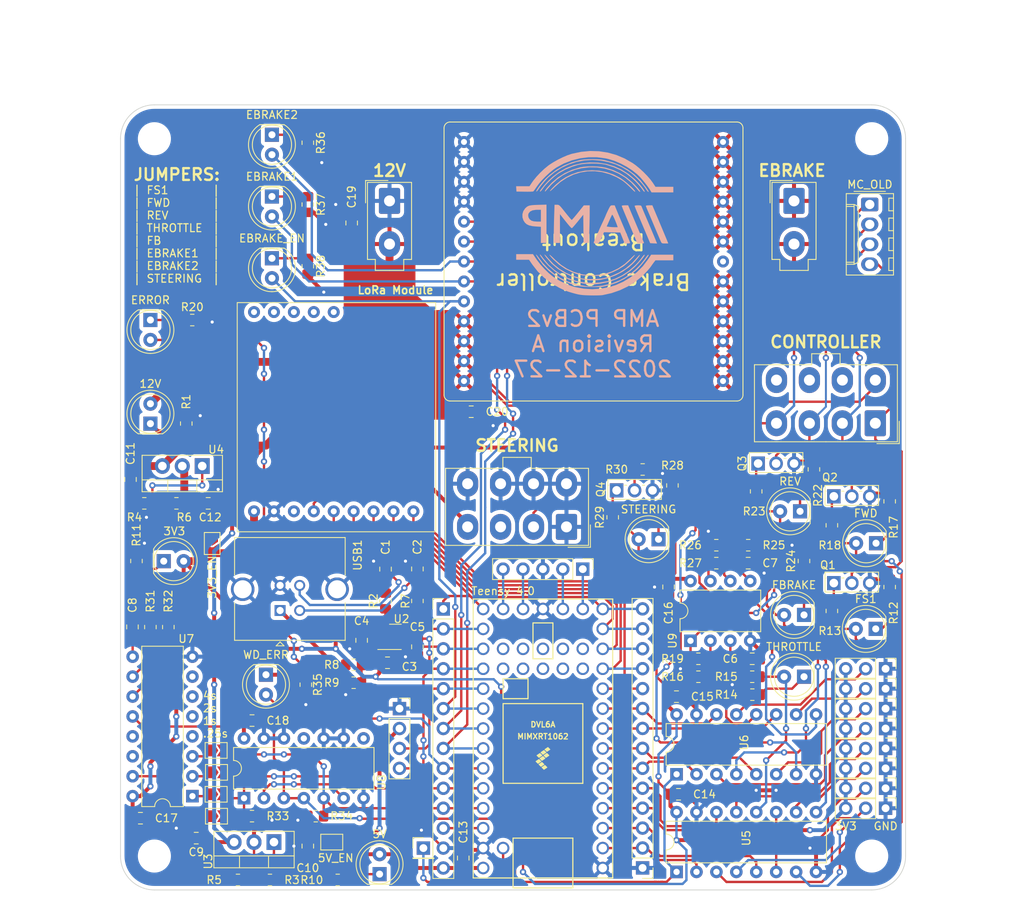
<source format=kicad_pcb>
(kicad_pcb (version 20211014) (generator pcbnew)
  (title_block (title "AMP PCBv2") (date "2022-12-27") (rev "A") (company "Autonomous Motorsports Purdue"))
  (layers (0 "F.Cu" signal) (31 "B.Cu" signal) (34 "B.Paste" user) (35 "F.Paste" user) (36 "B.SilkS" user "B.Silkscreen") (37 "F.SilkS" user "F.Silkscreen") (38 "B.Mask" user) (39 "F.Mask" user) (44 "Edge.Cuts" user))
  (net 0 "")
  (net 1 "/USB_DR+")
  (net 2 "GND")
  (net 3 "/USB_DR-")
  (net 4 "+3V3")
  (net 5 "Net-(C6-Pad1)")
  (net 6 "Net-(C7-Pad1)")
  (net 7 "Net-(C8-Pad1)")
  (net 8 "Net-(C8-Pad2)")
  (net 9 "+12V")
  (net 10 "+5V")
  (net 11 "Net-(D1-Pad1)")
  (net 12 "Net-(D2-Pad1)")
  (net 13 "Net-(D3-Pad1)")
  (net 14 "Net-(D4-Pad1)")
  (net 15 "/MUX_FS1")
  (net 16 "Net-(D5-Pad1)")
  (net 17 "/MUX_FWD")
  (net 18 "Net-(D6-Pad1)")
  (net 19 "/MUX_REV")
  (net 20 "Net-(D7-Pad1)")
  (net 21 "/MUX_STEERING")
  (net 22 "Net-(D8-Pad1)")
  (net 23 "/MUX_THROTTLE")
  (net 24 "Net-(D9-Pad1)")
  (net 25 "/MUX_FB")
  (net 26 "Net-(D10-Pad1)")
  (net 27 "/EBRAKE_EN")
  (net 28 "Net-(D11-Pad1)")
  (net 29 "/MUX_EBRAKE1")
  (net 30 "Net-(D12-Pad1)")
  (net 31 "/MUX_EBRAKE2")
  (net 32 "Net-(D13-Pad1)")
  (net 33 "/WD_SEL")
  (net 34 "/OUT_EBRAKE2")
  (net 45 "/OUT_EBRAKE1")
  (net 49 "/STEERING_INPUT_B+")
  (net 50 "/STEERING_INPUT_A+")
  (net 51 "/OLED_SCL")
  (net 52 "/OLED_SDA")
  (net 54 "/EBRAKE_IS2")
  (net 55 "/EBRAKE_IS1")
  (net 56 "Net-(C10-Pad1)")
  (net 57 "Net-(C12-Pad1)")
  (net 58 "/ERR_FS1")
  (net 59 "/ERR_FWD")
  (net 60 "/ERR_REV")
  (net 61 "/ERR_THROTTLE")
  (net 62 "/ERR_FB")
  (net 63 "/ERR_STEERING")
  (net 64 "/ERR_EBRAKE1")
  (net 65 "/ERR_EBRAKE2")
  (net 66 "Net-(JP11-Pad1)")
  (net 67 "/WD_SET")
  (net 68 "Net-(JP12-Pad1)")
  (net 69 "Net-(JP13-Pad1)")
  (net 70 "Net-(JP14-Pad1)")
  (net 71 "/MCU_FS1")
  (net 72 "/MCU_FWD")
  (net 73 "/MCU_REV")
  (net 74 "/MCU_THROTTLE")
  (net 75 "/MCU_FB")
  (net 76 "/MCU_STEERING")
  (net 77 "/MCU_EBRAKE1")
  (net 78 "/MCU_EBRAKE2")
  (net 79 "/LORA_CS")
  (net 80 "/LORA_MOSI")
  (net 81 "/LORA_MISO")
  (net 82 "Net-(JT2-Pad1)")
  (net 83 "Net-(JT2-Pad2)")
  (net 84 "Net-(JT2-Pad4)")
  (net 85 "Net-(JT2-Pad5)")
  (net 86 "/LORA_SCK")
  (net 87 "/WD_RESET")
  (net 88 "Net-(JT3-Pad12)")
  (net 89 "Net-(JT4-Pad1)")
  (net 90 "Net-(Q1-Pad1)")
  (net 91 "/OUT_FS1")
  (net 92 "Net-(Q2-Pad1)")
  (net 93 "/OUT_FWD")
  (net 94 "Net-(Q3-Pad1)")
  (net 95 "/OUT_REV")
  (net 96 "Net-(Q4-Pad1)")
  (net 97 "/USB_D+")
  (net 98 "Net-(R3-Pad2)")
  (net 99 "Net-(R4-Pad2)")
  (net 100 "/USB_D-")
  (net 101 "Net-(R8-Pad1)")
  (net 102 "Net-(R8-Pad2)")
  (net 103 "Net-(R16-Pad1)")
  (net 104 "/OUT_THROTTLE")
  (net 105 "Net-(R26-Pad1)")
  (net 106 "/OUT_FB")
  (net 107 "Net-(R31-Pad2)")
  (net 108 "Net-(R32-Pad2)")
  (net 117 "Net-(U8-Pad2)")
  (net 121 "/LORA_INT")
  (net 122 "/LORA_RST")
  (net 128 "/USB_UART_TX")
  (net 129 "/USB_UART_RX")
  (net 130 "Net-(D14-Pad1)")
  (net 131 "/ERR_OTHER")
  (footprint "Capacitor_SMD:C_0805_2012Metric_Pad1.18x1.45mm_HandSolder" (layer "F.Cu") (at 121.158 106.68 90)
    (fp_text reference "C1")
    (fp_text value "47pF")
  )
  (footprint "Package_DFN_QFN:DFN-12-1EP_3x3mm_P0.5mm_EP1.6x2.5mm" (layer "F.Cu") (at 121.666 115.316)
    (fp_text reference "U2")
    (fp_text value "FT234XD")
  )
  (footprint "Package_DIP:DIP-8_W7.62mm" (layer "F.Cu") (at 160.03 115.814 90)
    (fp_text reference "U9")
    (fp_text value "TLV272")
  )
  (footprint "Resistor_SMD:R_0805_2012Metric_Pad1.20x1.40mm_HandSolder" (layer "F.Cu") (at 178.054 112.014 90)
    (fp_text reference "R13")
    (fp_text value "1K")
  )
  (footprint "Connector_PinHeader_2.54mm:PinHeader_1x05_P2.54mm_Vertical" (layer "F.Cu") (at 146.299 106.68 -90)
    (fp_text reference "JT2" hide)
    (fp_text value "Conn_01x05_Male")
  )
  (footprint "Capacitor_SMD:C_0805_2012Metric_Pad1.18x1.45mm_HandSolder" (layer "F.Cu") (at 97.028 140.97 180)
    (fp_text reference "C9")
    (fp_text value "0.1uF")
  )
  (footprint "Resistor_SMD:R_0805_2012Metric_Pad1.20x1.40mm_HandSolder" (layer "F.Cu") (at 167.386 103.632 180)
    (fp_text reference "R25")
    (fp_text value "1K")
  )
  (footprint "Resistor_SMD:R_0805_2012Metric_Pad1.20x1.40mm_HandSolder" (layer "F.Cu") (at 157.729 96.012 90)
    (fp_text reference "R28")
    (fp_text value "56")
  )
  (footprint "AMP:AMP_Brake_Controller_Breakout" (layer "F.Cu") (at 128.619 85.249 90)
    (fp_text reference "J6" hide)
    (fp_text value "EBRAKE_BREAKOUT")
  )
  (footprint "Connector_PinHeader_2.54mm:PinHeader_1x03_P2.54mm_Vertical" (layer "F.Cu") (at 184.897 124.46 -90)
    (fp_text reference "JP8" hide)
    (fp_text value "Jumper_STEERING")
  )
  (footprint "Resistor_SMD:R_0805_2012Metric_Pad1.20x1.40mm_HandSolder" (layer "F.Cu") (at 153.935 93.98)
    (fp_text reference "R30")
    (fp_text value "1K")
  )
  (footprint "Resistor_SMD:R_0805_2012Metric_Pad1.20x1.40mm_HandSolder" (layer "F.Cu") (at 89.408 105.648 90)
    (fp_text reference "R11")
    (fp_text value "56")
  )
  (footprint "Connector_PinHeader_2.54mm:PinHeader_1x03_P2.54mm_Vertical" (layer "F.Cu") (at 184.897 134.62 -90)
    (fp_text reference "JP4" hide)
    (fp_text value "Jumper_FWD")
  )
  (footprint "Resistor_SMD:R_0805_2012Metric_Pad1.20x1.40mm_HandSolder" (layer "F.Cu") (at 102.346 146.304)
    (fp_text reference "R5")
    (fp_text value "3.3K")
  )
  (footprint "Capacitor_SMD:C_0805_2012Metric_Pad1.18x1.45mm_HandSolder" (layer "F.Cu") (at 98.552 98.298)
    (fp_text reference "C12")
    (fp_text value "10uF")
  )
  (footprint "Package_TO_SOT_THT:TO-251-3_Vertical" (layer "F.Cu") (at 178.304 97.402)
    (fp_text reference "Q2")
    (fp_text value "Q_NMOS_GDS")
  )
  (footprint "Resistor_SMD:R_0805_2012Metric_Pad1.20x1.40mm_HandSolder" (layer "F.Cu") (at 104.135 138.166)
    (fp_text reference "R33")
    (fp_text value "10K")
  )
  (footprint "RF_Module_OTHER:RFM9x_Adafruit" (layer "F.Cu") (at 104.394 73.914)
    (fp_text reference "U10" hide)
    (fp_text value "RFM9x")
  )
  (footprint "Connector_PinHeader_2.54mm:PinHeader_1x14_P2.54mm_Vertical" (layer "F.Cu") (at 153.924 144.77 180)
    (fp_text reference "JT1" hide)
    (fp_text value "Conn_01x14_Male")
  )
  (footprint "Connector_PinHeader_2.54mm:PinHeader_1x03_P2.54mm_Vertical" (layer "F.Cu") (at 184.897 132.08 -90)
    (fp_text reference "JP5" hide)
    (fp_text value "Jumper_REV")
  )
  (footprint "MountingHole:MountingHole_3.2mm_M3" (layer "F.Cu") (at 91.694 51.816)
    (fp_text reference "H4" hide)
    (fp_text value "MountingHole")
  )
  (footprint "Connector_PinHeader_2.54mm:PinHeader_1x03_P2.54mm_Vertical" (layer "F.Cu") (at 184.897 119.38 -90)
    (fp_text reference "JP10" hide)
    (fp_text value "Jumper_EBRAKE2")
  )
  (footprint "Resistor_SMD:R_0805_2012Metric_Pad1.20x1.40mm_HandSolder" (layer "F.Cu") (at 163.322 105.918 180)
    (fp_text reference "R27")
    (fp_text value "1.8K")
  )
  (footprint "Connector_Molex:Molex_Mini-Fit_Jr_5566-02A_2x01_P4.20mm_Vertical" (layer "F.Cu") (at 173.228 59.742)
    (fp_text reference "J2" hide)
    (fp_text value "EBRAKE")
  )
  (footprint "LED_THT:LED_D5.0mm" (layer "F.Cu") (at 106.68 59.187 -90)
    (fp_text reference "D11" hide)
    (fp_text value "RD")
  )
  (footprint "Resistor_SMD:R_0805_2012Metric_Pad1.20x1.40mm_HandSolder" (layer "F.Cu") (at 111.252 52.329 -90)
    (fp_text reference "R36")
    (fp_text value "33")
  )
  (footprint "MountingHole:MountingHole_3.2mm_M3" (layer "F.Cu") (at 91.694 143.256)
    (fp_text reference "H1" hide)
    (fp_text value "MountingHole")
  )
  (footprint "Capacitor_SMD:C_0805_2012Metric_Pad1.18x1.45mm_HandSolder" (layer "F.Cu") (at 125.222 106.6585 90)
    (fp_text reference "C2")
    (fp_text value "47pF")
  )
  (footprint "Capacitor_SMD:C_0805_2012Metric_Pad1.18x1.45mm_HandSolder" (layer "F.Cu") (at 167.386 105.918)
    (fp_text reference "C7")
    (fp_text value "10uF")
  )
  (footprint "Capacitor_SMD:C_0805_2012Metric_Pad1.18x1.45mm_HandSolder" (layer "F.Cu") (at 158.511 135.382)
    (fp_text reference "C14")
    (fp_text value "0.1uF")
  )
  (footprint "Jumper:SolderJumper-2_P1.3mm_Open_TrianglePad1.0x1.5mm" (layer "F.Cu") (at 99.568 135.382)
    (fp_text reference "JP12" hide)
    (fp_text value "1s")
  )
  (footprint "Capacitor_SMD:C_0805_2012Metric_Pad1.18x1.45mm_HandSolder" (layer "F.Cu") (at 89.916 138.43)
    (fp_text reference "C17")
    (fp_text value "0.1uF")
  )
  (footprint "Resistor_SMD:R_0805_2012Metric_Pad1.20x1.40mm_HandSolder" (layer "F.Cu") (at 112.263 138.166 180)
    (fp_text reference "R34")
    (fp_text value "10K")
  )
  (footprint "Package_TO_SOT_THT:TO-251-3_Vertical" (layer "F.Cu") (at 168.652 93.218)
    (fp_text reference "Q3")
    (fp_text value "Q_NMOS_GDS")
  )
  (footprint "Capacitor_SMD:C_0805_2012Metric_Pad1.18x1.45mm_HandSolder" (layer "F.Cu") (at 157.236 108.956 -90)
    (fp_text reference "C16")
    (fp_text value "0.1uF")
  )
  (footprint "LED_THT:LED_D5.0mm" (layer "F.Cu") (at 106.68 67.056 -90)
    (fp_text reference "D10" hide)
    (fp_text value "YL")
  )
  (footprint "Connector_PinHeader_2.54mm:PinHeader_1x01_P2.54mm_Vertical" (layer "F.Cu") (at 125.984 142.24)
    (fp_text reference "JT4" hide)
    (fp_text value "Conn_01x01_Male")
  )
  (footprint "Connector_Molex:Molex_Mini-Fit_Jr_5566-08A_2x04_P4.20mm_Vertical" (layer "F.Cu") (at 144.222 101.294 180)
    (fp_text reference "J4" hide)
    (fp_text value "STEERING")
  )
  (footprint "Resistor_SMD:R_0805_2012Metric_Pad1.20x1.40mm_HandSolder" (layer "F.Cu") (at 91.186 114.0675 -90)
    (fp_text reference "R31")
    (fp_text value "15K")
  )
  (footprint "Connector_PinHeader_2.54mm:PinHeader_1x03_P2.54mm_Vertical" (layer "F.Cu") (at 184.897 127 -90)
    (fp_text reference "JP7" hide)
    (fp_text value "Jumper_RB")
  )
  (footprint "Resistor_SMD:R_0805_2012Metric_Pad1.20x1.40mm_HandSolder" (layer "F.Cu") (at 163.322 103.632 180)
    (fp_text reference "R26")
    (fp_text value "1K")
  )
  (footprint "LED_THT:LED_D5.0mm" (layer "F.Cu") (at 105.918 120.142 -90)
    (fp_text reference "D13" hide)
    (fp_text value "RD")
  )
  (footprint "Jumper:SolderJumper-2_P1.3mm_Open_TrianglePad1.0x1.5mm" (layer "F.Cu") (at 114.3 141.478)
    (fp_text reference "JP1" hide)
    (fp_text value "5VOB")
  )
  (footprint "Capacitor_SMD:C_0805_2012Metric_Pad1.18x1.45mm_HandSolder" (layer "F.Cu") (at 132.08 86.614)
    (fp_text reference "C20")
    (fp_text value "10uF")
  )
  (footprint "Package_TO_SOT_THT:TO-220-3_Vertical" (layer "F.Cu") (at 106.934 141.478 180)
    (fp_text reference "U3")
    (fp_text value "LM1117-ADJ")
  )
  (footprint "LED_THT:LED_D5.0mm" (layer "F.Cu") (at 92.884 105.664)
    (fp_text reference "D3" hide)
    (fp_text value "GN")
  )
  (footprint "Package_DIP:DIP-14_W7.62mm" (layer "F.Cu") (at 103.119 135.88 90)
    (fp_text reference "U8")
    (fp_text value "74HC00")
  )
  (footprint "Capacitor_SMD:C_0805_2012Metric_Pad1.18x1.45mm_HandSolder" (layer "F.Cu") (at 104.14 125.984)
    (fp_text reference "C18")
    (fp_text value "0.1uF")
  )
  (footprint "Connector_PinSocket_2.54mm:PinSocket_1x04_P2.54mm_Vertical" (layer "F.Cu") (at 122.936 124.46)
    (fp_text reference "J5" hide)
    (fp_text value "OLED Breakout")
  )
  (footprint "Connector_PinHeader_2.54mm:PinHeader_1x03_P2.54mm_Vertical" (layer "F.Cu") (at 184.897 129.54 -90)
    (fp_text reference "JP6" hide)
    (fp_text value "Jumper_THROTTLE")
  )
  (footprint "LED_THT:LED_D5.0mm" (layer "F.Cu") (at 183.642 114.3 180)
    (fp_text reference "D4" hide)
    (fp_text value "YL")
  )
  (footprint "Resistor_SMD:R_0805_2012Metric_Pad1.20x1.40mm_HandSolder" (layer "F.Cu") (at 161.036 118.11 180)
    (fp_text reference "R19")
    (fp_text value "1.8K")
  )
  (footprint "Package_DIP:DIP-16_W7.62mm" (layer "F.Cu") (at 158.257 132.832 90)
    (fp_text reference "U6")
    (fp_text value "74HC157")
  )
  (footprint "Capacitor_SMD:C_0805_2012Metric_Pad1.18x1.45mm_HandSolder" (layer "F.Cu") (at 111.252 141.986 -90)
    (fp_text reference "C10")
    (fp_text value "10uF")
  )
  (footprint "Connector_PinHeader_2.54mm:PinHeader_1x03_P2.54mm_Vertical" (layer "F.Cu") (at 184.897 121.92 -90)
    (fp_text reference "JP9" hide)
    (fp_text value "Jumper_EBRAKE1")
  )
  (footprint "LED_THT:LED_D5.0mm" (layer "F.Cu") (at 173.995 99.314 180)
    (fp_text reference "D6" hide)
    (fp_text value "YL")
  )
  (footprint "Jumper:SolderJumper-2_P1.3mm_Open_TrianglePad1.0x1.5mm" (layer "F.Cu") (at 99.06 103.415 -90)
    (fp_text reference "JP2" hide)
    (fp_text value "3V3OB")
  )
  (footprint "Package_DIP:DIP-16_W7.62mm" (layer "F.Cu") (at 158.257 145.278 90)
    (fp_text reference "U5")
    (fp_text value "74HC157")
  )
  (footprint "Resistor_SMD:R_0805_2012Metric_Pad1.20x1.40mm_HandSolder" (layer "F.Cu") (at 94.504 98.298 180)
    (fp_text reference "R6")
    (fp_text value "6.2K")
  )
  (footprint "LED_THT:LED_D5.0mm" (layer "F.Cu") (at 155.956 102.87 180)
    (fp_text reference "D7" hide)
    (fp_text value "YL")
  )
  (footprint "Resistor_SMD:R_0805_2012Metric_Pad1.20x1.40mm_HandSolder" (layer "F.Cu") (at 106.426 146.304 180)
    (fp_text reference "R3")
    (fp_text value "10K")
  )
  (footprint "Resistor_SMD:R_0805_2012Metric_Pad1.20x1.40mm_HandSolder" (layer "F.Cu") (at 167.899 120.396 180)
    (fp_text reference "R15")
    (fp_text value "1K")
  )
  (footprint "teensy:Teensy40" (layer "F.Cu") (at 141.224 128.27 90)
    (fp_text reference "U1" hide)
    (fp_text value "Teensy4.0")
  )
  (footprint "Capacitor_SMD:C_0805_2012Metric_Pad1.18x1.45mm_HandSolder" (layer "F.Cu") (at 158.242 122.936)
    (fp_text reference "C15")
    (fp_text value "0.1uF")
  )
  (footprint "Resistor_SMD:R_0805_2012Metric_Pad1.20x1.40mm_HandSolder" (layer "F.Cu") (at 150.114 100.076 90)
    (fp_text reference "R29")
    (fp_text value "1K")
  )
  (footprint "Capacitor_SMD:C_0805_2012Metric_Pad1.18x1.45mm_HandSolder" (layer "F.Cu") (at 131.064 143.51 90)
    (fp_text reference "C13")
    (fp_text value "0.1uF")
  )
  (footprint "Resistor_SMD:R_0805_2012Metric_Pad1.20x1.40mm_HandSolder" (layer "F.Cu") (at 121.158 110.744 -90)
    (fp_text reference "R2")
    (fp_text value "27")
  )
  (footprint "Package_TO_SOT_THT:TO-251-3_Vertical" (layer "F.Cu") (at 178.304 108.458)
    (fp_text reference "Q1")
    (fp_text value "Q_NMOS_GDS")
  )
  (footprint "Resistor_SMD:R_0805_2012Metric_Pad1.20x1.40mm_HandSolder" (layer "F.Cu") (at 178.054 101.092 90)
    (fp_text reference "R18")
    (fp_text value "1K")
  )
  (footprint "Capacitor_SMD:C_0805_2012Metric_Pad1.18x1.45mm_HandSolder" (layer "F.Cu") (at 125.222 116.586 -90)
    (fp_text reference "C5")
    (fp_text value "100nF")
  )
  (footprint "Capacitor_SMD:C_0805_2012Metric_Pad1.18x1.45mm_HandSolder" (layer "F.Cu") (at 88.9 114.046 -90)
    (fp_text reference "C8")
    (fp_text value "10nF")
  )
  (footprint "Capacitor_SMD:C_0805_2012Metric_Pad1.18x1.45mm_HandSolder" (layer "F.Cu") (at 118.11 115.7565 -90)
    (fp_text reference "C4")
    (fp_text value "100nF")
  )
  (footprint "Connector_Molex:Molex_Mini-Fit_Jr_5566-02A_2x01_P4.20mm_Vertical" (layer "F.Cu") (at 121.666 59.742)
    (fp_text reference "J1" hide)
    (fp_text value "POWER")
  )
  (footprint "Capacitor_SMD:C_0805_2012Metric_Pad1.18x1.45mm_HandSolder" (layer "F.Cu") (at 121.412 118.618)
    (fp_text reference "C3")
    (fp_text value "4.7uF")
  )
  (footprint "Package_DIP:DIP-16_W7.62mm" (layer "F.Cu") (at 96.5415 135.621 180)
    (fp_text reference "U7")
    (fp_text value "74HC4060")
  )
  (footprint "Connector_PinHeader_2.54mm:PinHeader_1x14_P2.54mm_Vertical" (layer "F.Cu") (at 128.524 111.76)
    (fp_text reference "JT3" hide)
    (fp_text value "Conn_01x14_Male")
  )
  (footprint "Resistor_SMD:R_0805_2012Metric_Pad1.20x1.40mm_HandSolder" (layer "F.Cu") (at 125.222 110.744 -90)
    (fp_text reference "R7")
    (fp_text value "27")
  )
  (footprint "Resistor_SMD:R_0805_2012Metric_Pad1.20x1.40mm_HandSolder" (layer "F.Cu") (at 185.42 98.044 90)
    (fp_text reference "R17")
    (fp_text value "56")
  )
  (footprint "LED_THT:LED_D5.0mm" (layer "F.Cu") (at 91.186 74.925 -90)
    (fp_text reference "D14" hide)
    (fp_text value "RD")
  )
  (footprint "Resistor_SMD:R_0805_2012Metric_Pad1.20x1.40mm_HandSolder" (layer "F.Cu") (at 90.408 98.298)
    (fp_text reference "R4")
    (fp_text value "10K")
  )
  (footprint "Resistor_SMD:R_0805_2012Metric_Pad1.20x1.40mm_HandSolder" (layer "F.Cu") (at 168.402 96.774 90)
    (fp_text reference "R23")
    (fp_text value "1K")
  )
  (footprint "LED_THT:LED_D5.0mm" (layer "F.Cu") (at 174.503 120.396 180)
    (fp_text reference "D8" hide)
    (fp_text value "YL")
  )
  (footprint "Connector_Molex:Molex_KK-254_AE-6410-04A_1x04_P2.54mm_Vertical" (layer "F.Cu") (at 182.88 60.198 -90)
    (fp_text reference "JX1" hide)
    (fp_text value "MC_OLD")
  )
  (footprint "Resistor_SMD:R_0805_2012Metric_Pad1.20x1.40mm_HandSolder" (layer "F.Cu") (at 111.252 68.072 -90)
    (fp_text reference "R38")
    (fp_text value "56")
  )
  (footprint "Resistor_SMD:R_0805_2012Metric_Pad1.20x1.40mm_HandSolder" (layer "F.Cu") (at 185.42 108.966 90)
    (fp_text reference "R12")
    (fp_text value "56")
  )
  (footprint "Capacitor_SMD:C_0805_2012Metric_Pad1.18x1.45mm_HandSolder" (layer "F.Cu") (at 88.646 95.25 -90)
    (fp_text reference "C11")
    (fp_text value "0.1uF")
  )
  (footprint "LED_THT:LED_D5.0mm" (layer "F.Cu") (at 183.682 103.378 180)
    (fp_text reference "D5" hide)
    (fp_text value "YL")
  )
  (footprint "Jumper:SolderJumper-2_P1.3mm_Open_TrianglePad1.0x1.5mm" (layer "F.Cu") (at 99.605 132.588)
    (fp_text reference "JP13" hide)
    (fp_text value "2s")
  )
  (footprint "LED_THT:LED_D5.0mm" (layer "F.Cu") (at 120.396 145.562 90)
    (fp_text reference "D2" hide)
    (fp_text value "GN")
  )
  (footprint "Jumper:SolderJumper-2_P1.3mm_Open_TrianglePad1.0x1.5mm" (layer "F.Cu") (at 99.605 138.176)
    (fp_text reference "JP11" hide)
    (fp_text value "0.25s")
  )
  (footprint "Resistor_SMD:R_0805_2012Metric_Pad1.20x1.40mm_HandSolder" (layer "F.Cu") (at 95.758 88.122 90)
    (fp_text reference "R1")
    (fp_text value "560")
  )
  (footprint "Resistor_SMD:R_0805_2012Metric_Pad1.20x1.40mm_HandSolder" (layer "F.Cu") (at 110.998 121.412 -90)
    (fp_text reference "R35")
    (fp_text value "33")
  )
  (footprint "Package_TO_SOT_THT:TO-220-3_Vertical" (layer "F.Cu") (at 97.79 93.543 180)
    (fp_text reference "U4")
    (fp_text value "LM1117-ADJ")
  )
  (footprint "Resistor_SMD:R_0805_2012Metric_Pad1.20x1.40mm_HandSolder" (layer "F.Cu") (at 175.768 93.964 90)
    (fp_text reference "R22")
    (fp_text value "56")
  )
  (footprint "Resistor_SMD:R_0805_2012Metric_Pad1.20x1.40mm_HandSolder" (layer "F.Cu") (at 93.472 114.0675 -90)
    (fp_text reference "R32")
    (fp_text value "6.2K")
  )
  (footprint "LED_THT:LED_D5.0mm" (layer "F.Cu") (at 91.186 88.138 90)
    (fp_text reference "D1" hide)
    (fp_text value "GN")
  )
  (footprint "LED_THT:LED_D5.0mm" (layer "F.Cu") (at 174.503 112.522 180)
    (fp_text reference "D9" hide)
    (fp_text value "YL")
  )
  (footprint "Resistor_SMD:R_0805_2012Metric_Pad1.20x1.40mm_HandSolder" (layer "F.Cu") (at 115.062 146.304 180)
    (fp_text reference "R10")
    (fp_text value "130")
  )
  (footprint "Connector_Molex:Molex_Mini-Fit_Jr_5566-08A_2x04_P4.20mm_Vertical" (layer "F.Cu") (at 183.592 88.086 180)
    (fp_text reference "J3" hide)
    (fp_text value "MC")
  )
  (footprint "Connector_PinHeader_2.54mm:PinHeader_1x03_P2.54mm_Vertical" (layer "F.Cu") (at 184.897 137.16 -90)
    (fp_text reference "JP3" hide)
    (fp_text value "Jumper_FS1")
  )
  (footprint "MountingHole:MountingHole_3.2mm_M3" (layer "F.Cu") (at 183.134 143.256)
    (fp_text reference "H2" hide)
    (fp_text value "MountingHole")
  )
  (footprint "LED_THT:LED_D5.0mm" (layer "F.Cu") (at 106.68 51.313 -90)
    (fp_text reference "D12" hide)
    (fp_text value "RD")
  )
  (footprint "Package_TO_SOT_THT:TO-251-3_Vertical" (layer "F.Cu") (at 150.613 96.64)
    (fp_text reference "Q4")
    (fp_text value "Q_NMOS_GDS")
  )
  (footprint "Resistor_SMD:R_0805_2012Metric_Pad1.20x1.40mm_HandSolder" (layer "F.Cu") (at 167.915 122.682 180)
    (fp_text reference "R14")
    (fp_text value "56")
  )
  (footprint "Capacitor_SMD:C_0805_2012Metric_Pad1.18x1.45mm_HandSolder" (layer "F.Cu") (at 167.899 118.11)
    (fp_text reference "C6")
    (fp_text value "10uF")
  )
  (footprint "Resistor_SMD:R_0805_2012Metric_Pad1.20x1.40mm_HandSolder" (layer "F.Cu") (at 161.036 120.396 180)
    (fp_text reference "R16")
    (fp_text value "1K")
  )
  (footprint "MountingHole:MountingHole_3.2mm_M3" (layer "F.Cu") (at 183.134 51.816)
    (fp_text reference "H3" hide)
    (fp_text value "MountingHole")
  )
  (footprint "Capacitor_SMD:C_0805_2012Metric_Pad1.18x1.45mm_HandSolder" (layer "F.Cu") (at 116.84 62.5575 90)
    (fp_text reference "C19")
    (fp_text value "10uF")
  )
  (footprint "Connector_USB:USB_B_TE_5787834_Vertical" (layer "F.Cu") (at 107.716 111.9565 180)
    (fp_text reference "USB1")
    (fp_text value "USB_B")
  )
  (footprint "Resistor_SMD:R_0805_2012Metric_Pad1.20x1.40mm_HandSolder" (layer "F.Cu") (at 117.094 118.872)
    (fp_text reference "R8")
    (fp_text value "4.7K")
  )
  (footprint "Resistor_SMD:R_0805_2012Metric_Pad1.20x1.40mm_HandSolder" (layer "F.Cu") (at 117.094 121.158 180)
    (fp_text reference "R9")
    (fp_text value "10K")
  )
  (footprint "Resistor_SMD:R_0805_2012Metric_Pad1.20x1.40mm_HandSolder" (layer "F.Cu") (at 96.52 74.93)
    (fp_text reference "R20")
    (fp_text value "33")
  )
  (footprint "Resistor_SMD:R_0805_2012Metric_Pad1.20x1.40mm_HandSolder" (layer "F.Cu") (at 174.498 105.648 90)
    (fp_text reference "R24")
    (fp_text value "56")
  )
  (footprint "Resistor_SMD:R_0805_2012Metric_Pad1.20x1.40mm_HandSolder" (layer "F.Cu") (at 111.252 60.203 -90)
    (fp_text reference "R37")
    (fp_text value "33")
  )
  (footprint "Jumper:SolderJumper-2_P1.3mm_Open_TrianglePad1.0x1.5mm" (layer "F.Cu") (at 99.568 129.794)
    (fp_text reference "JP14" hide)
    (fp_text value "4s")
  )
  (footprint "AMP:Logo" (layer "B.Cu") (at 147.828 62.738 180)
    (fp_text reference "G***" hide)
    (fp_text value "LOGO" hide)
  )
  (gr_arc (start 187.452 143.256) (mid 186.187287 146.309287) (end 183.134 147.574) (layer "Edge.Cuts") (width 0.1))
  (gr_arc (start 87.376 51.816) (mid 88.640713 48.762713) (end 91.694 47.498) (layer "Edge.Cuts") (width 0.1))
  (gr_line (start 91.694 47.498) (end 183.134 47.498) (layer "Edge.Cuts") (width 0.1))
  (gr_line (start 91.694 147.574) (end 183.134 147.574) (layer "Edge.Cuts") (width 0.1))
  (gr_arc (start 183.134 47.498) (mid 186.187287 48.762713) (end 187.452 51.816) (layer "Edge.Cuts") (width 0.1))
  (gr_line (start 87.376 143.256) (end 87.376 51.816) (layer "Edge.Cuts") (width 0.1))
  (gr_line (start 187.452 51.816) (end 187.452 143.256) (layer "Edge.Cuts") (width 0.1))
  (gr_arc (start 91.694 147.574) (mid 88.640713 146.309287) (end 87.376 143.256) (layer "Edge.Cuts") (width 0.1))
  (gr_text "AMP PCBv2\nRevision A\n2022-12-27" (at 147.574 77.978) (layer "B.SilkS") (effects (font (size 2 2) (thickness 0.3)) (justify mirror)))
  (gr_text "CONTROLLER" (at 177.292 77.724) (layer "F.SilkS") (effects (font (size 1.5 1.5) (thickness 0.3))))
  (gr_text "|\n|\n|\n|\n|\n|\n|\n|" (at 99.568 64.008) (layer "F.SilkS") (effects (font (size 1 1)) (justify mirror)))
  (gr_text "WD_ERR" (at 105.918 117.602) (layer "F.SilkS") (effects (font (size 1 1))))
  (gr_text "MC_OLD" (at 182.9 57.658) (layer "F.SilkS") (effects (font (size 1 1))))
  (gr_text "EBRAKE" (at 172.974 55.88) (layer "F.SilkS") (effects (font (size 1.5 1.5) (thickness 0.3))))
  (gr_text "3V3" (at 94.234 101.854) (layer "F.SilkS") (effects (font (size 1 1))))
  (gr_text "3V3_EN" (at 99.06 107.696 90) (layer "F.SilkS") (effects (font (size 1 1))))
  (gr_text "THROTTLE" (at 173.228 116.586) (layer "F.SilkS") (effects (font (size 1 1))))
  (gr_text "Teensy 4.0" (at 136.144 109.474) (layer "F.SilkS") (effects (font (size 1 1))))
  (gr_text "FBRAKE" (at 173.228 108.712) (layer "F.SilkS") (effects (font (size 1 1))))
  (gr_text "GND" (at 184.912 139.446) (layer "F.SilkS") (effects (font (size 1 1))))
  (gr_text "FS1" (at 182.372 110.49) (layer "F.SilkS") (effects (font (size 1 1))))
  (gr_text "EBRAKE2" (at 106.68 48.773) (layer "F.SilkS") (effects (font (size 1 1))))
  (gr_text "JUMPERS:" (at 88.9 56.388) (layer "F.SilkS") (effects (font (size 1.5 1.5) (thickness 0.3)) (justify left)))
  (gr_text "4s\n2s\n1s\n.25s" (at 97.79 125.222) (layer "F.SilkS") (effects (font (size 1 1)) (justify left)))
  (gr_text "12V" (at 91.186 83.058) (layer "F.SilkS") (effects (font (size 1 1))))
  (gr_text "REV" (at 172.725 95.504) (layer "F.SilkS") (effects (font (size 1 1))))
  (gr_text "LoRa Module" (at 122.428 71.12) (layer "F.SilkS") (effects (font (size 1 1) (thickness 0.2))))
  (gr_text "3V3" (at 179.832 139.446) (layer "F.SilkS") (effects (font (size 1 1))))
  (gr_text "12V" (at 121.666 55.88) (layer "F.SilkS") (effects (font (size 1.5 1.5) (thickness 0.3))))
  (gr_text "ERROR" (at 91.186 72.39) (layer "F.SilkS") (effects (font (size 1 1))))
  (gr_text "5V_EN" (at 114.808 143.51) (layer "F.SilkS") (effects (font (size 1 1))))
  (gr_text "FWD" (at 182.372 99.568) (layer "F.SilkS") (effects (font (size 1 1))))
  (gr_text "| FS1\n| FWD\n| REV\n| THROTTLE\n| FB\n| EBRAKE1\n| EBRAKE2\n| STEERING" (at 88.9 64.008) (layer "F.SilkS") (effects (font (size 1 1)) (justify left)))
  (gr_text "EBRAKE1" (at 106.68 56.647) (layer "F.SilkS") (effects (font (size 1 1))))
  (gr_text "STEERING" (at 137.922 90.932) (layer "F.SilkS") (effects (font (size 1.5 1.5) (thickness 0.3))))
  (gr_text "STEERING" (at 154.681 99.06) (layer "F.SilkS") (effects (font (size 1 1))))
  (gr_text "5V" (at 120.396 140.462) (layer "F.SilkS") (effects (font (size 1 1))))
  (gr_text "EBRAKE_EN" (at 106.68 64.516) (layer "F.SilkS") (effects (font (size 1 1))))
  (segment (start 121.158 107.7175) (end 121.158 109.744) (width 0.3) (layer "F.Cu") (net 1))
  (segment (start 122.1955 107.7175) (end 122.818768 108.340768) (width 0.3) (layer "F.Cu") (net 1))
  (segment (start 121.158 107.7175) (end 122.1955 107.7175) (width 0.3) (layer "F.Cu") (net 1))
  (via (at 122.818768 108.340768) (size 0.8) (drill 0.4) (layers "F.Cu" "B.Cu") (net 1))
  (segment (start 120.396 111.252) (end 122.818768 108.829232) (width 0.3) (layer "B.Cu") (net 1))
  (segment (start 111.506 111.252) (end 120.396 111.252) (width 0.3) (layer "B.Cu") (net 1))
  (segment (start 110.216 108.7565) (end 110.216 109.962) (width 0.3) (layer "B.Cu") (net 1))
  (segment (start 122.818768 108.829232) (end 122.818768 108.340768) (width 0.3) (layer "B.Cu") (net 1))
  (segment (start 110.216 109.962) (end 111.506 111.252) (width 0.3) (layer "B.Cu") (net 1))
  (segment (start 160.797 125.212) (end 160.797 124.4535) (width 0.5) (layer "F.Cu") (net 2))
  (segment (start 122.936 118.618) (end 123.698 117.856) (width 0.3) (layer "F.Cu") (net 2))
  (segment (start 126.238 139.954) (end 125.73 139.954) (width 0.3) (layer "F.Cu") (net 2))
  (segment (start 107.9715 146.304) (end 107.426 146.304) (width 0.5) (layer "F.Cu") (net 2))
  (segment (start 111.252 53.329) (end 111.495 53.329) (width 0.5) (layer "F.Cu") (net 2))
  (segment (start 118.11 116.794) (end 116.632 116.794) (width 0.3) (layer "F.Cu") (net 2))
  (segment (start 111.252 143.494) (end 114.062 146.304) (width 0.5) (layer "F.Cu") (net 2))
  (segment (start 111.252 69.342) (end 113.284 71.374) (width 0.5) (layer "F.Cu") (net 2))
  (segment (start 173.99 104.648) (end 172.974 103.632) (width 0.5) (layer "F.Cu") (net 2))
  (segment (start 98.806 74.93) (end 99.06 75.184) (width 0.3) (layer "F.Cu") (net 2))
  (segment (start 88.646 97.536) (end 89.408 98.298) (width 0.5) (layer "F.Cu") (net 2))
  (segment (start 116.632 116.794) (end 116.586 116.84) (width 0.3) (layer "F.Cu") (net 2))
  (segment (start 160.797 137.658) (end 160.797 136.6305) (width 0.5) (layer "F.Cu") (net 2))
  (segment (start 105.659 126.4655) (end 105.1775 125.984) (width 0.5) (layer "F.Cu") (net 2))
  (segment (start 97.52 74.93) (end 98.806 74.93) (width 0.3) (layer "F.Cu") (net 2))
  (segment (start 157.729 95.012) (end 156.988 95.012) (width 0.5) (layer "F.Cu") (net 2))
  (segment (start 162.322 103.632) (end 162.322 101.87) (width 0.5) (layer "F.Cu") (net 2))
  (segment (start 88.646 96.2875) (end 88.646 97.536) (width 0.5) (layer "F.Cu") (net 2))
  (segment (start 111.252 69.072) (end 111.252 69.342) (width 0.5) (layer "F.Cu") (net 2))
  (segment (start 162.322 101.87) (end 162.306 101.854) (width 0.5) (layer "F.Cu") (net 2))
  (segment (start 116.094 122.666) (end 116.078 122.682) (width 0.3) (layer "F.Cu") (net 2))
  (segment (start 116.094 121.158) (end 116.094 122.666) (width 0.3) (layer "F.Cu") (net 2))
  (segment (start 95.758 87.122) (end 97.536 87.122) (width 0.5) (layer "F.Cu") (net 2))
  (segment (start 111.252 143.0235) (end 107.9715 146.304) (width 0.5) (layer "F.Cu") (net 2))
  (segment (start 166.624 122.682) (end 165.354 121.412) (width 0.5) (layer "F.Cu") (net 2))
  (segment (start 166.915 122.682) (end 166.624 122.682) (width 0.5) (layer "F.Cu") (net 2))
  (segment (start 121.158 105.6425) (end 119.6555 105.6425) (width 0.5) (layer "F.Cu") (net 2))
  (segment (start 105.135 138.166) (end 106.162 138.166) (width 0.3) (layer "F.Cu") (net 2))
  (segment (start 185.42 97.044) (end 183.242 97.044) (width 0.5) (layer "F.Cu") (net 2))
  (segment (start 120.241 116.066) (end 118.838 116.066) (width 0.3) (layer "F.Cu") (net 2))
  (segment (start 110.5115 143.0235) (end 109.474 141.986) (width 0.5) (layer "F.Cu") (net 2))
  (segment (start 125.222 117.6235) (end 123.9305 117.6235) (width 0.3) (layer "F.Cu") (net 2))
  (segment (start 130.8315 142.24) (end 131.064 142.4725) (width 0.3) (layer "F.Cu") (net 2))
  (segment (start 160.797 124.4535) (end 159.2795 122.936) (width 0.5) (layer "F.Cu") (net 2))
  (segment (start 89.408 104.394) (end 90.424 103.378) (width 0.5) (layer "F.Cu") (net 2))
  (segment (start 123.741 105.621) (end 123.698 105.664) (width 0.5) (layer "F.Cu") (net 2))
  (segment (start 157.236 109.9935) (end 156.4755 109.9935) (width 0.5) (layer "F.Cu") (net 2))
  (segment (start 116.13 61.52) (end 114.808 60.198) (width 0.5) (layer "F.Cu") (net 2))
  (segment (start 99.5895 98.298) (end 99.5895 96.7525) (width 0.5) (layer "F.Cu") (net 2))
  (segment (start 116.84 61.52) (end 116.13 61.52) (width 0.5) (layer "F.Cu") (net 2))
  (segment (start 95.758 140.97) (end 94.488 139.7) (width 0.5) (layer "F.Cu") (net 2))
  (segment (start 125.222 105.621) (end 123.741 105.621) (width 0.5) (layer "F.Cu") (net 2))
  (segment (start 185.42 107.966) (end 183.376 107.966) (width 0.5) (layer "F.Cu") (net 2))
  (segment (start 122.4495 118.618) (end 122.936 118.618) (width 0.3) (layer "F.Cu") (net 2))
  (segment (start 95.9905 140.97) (end 95.758 140.97) (width 0.5) (layer "F.Cu") (net 2))
  (segment (start 90.9535 138.43) (end 93.218 138.43) (width 0.5) (layer "F.Cu") (net 2))
  (segment (start 168.9365 118.11) (end 168.9365 117.1005) (width 0.5) (layer "F.Cu") (net 2))
  (segment (start 99.5895 96.7525) (end 99.822 96.52) (width 0.5) (layer "F.Cu") (net 2))
  (segment (start 110.998 122.412) (end 110.998 123.952) (width 0.5) (layer "F.Cu") (net 2))
  (segment (start 111.263 138.166) (end 110.5 138.166) (width 0.3) (layer "F.Cu") (net 2))
  (segment (start 105.659 128.26) (end 105.659 126.4655) (width 0.5) (layer "F.Cu") (net 2))
  (segment (start 176.037 143.017) (end 175.26 142.24) (width 0.5) (layer "F.Cu") (net 2))
  (segment (start 183.376 107.966) (end 182.884 108.458) (width 0.5) (layer "F.Cu") (net 2))
  (segment (start 119.6555 105.6425) (end 119.634 105.664) (width 0.5) (layer "F.Cu") (net 2))
  (segment (start 133.3715 142.4725) (end 133.604 142.24) (width 0.5) (layer "F.Cu") (net 2))
  (segment (start 160.036 120.396) (end 159.766 120.396) (width 0.5) (layer "F.Cu") (net 2))
  (segment (start 93.218 138.43) (end 94.488 139.7) (width 0.5) (layer "F.Cu") (net 2))
  (segment (start 174.498 104.648) (end 173.99 104.648) (width 0.5) (layer "F.Cu") (net 2))
  (segment (start 128.524 142.24) (end 130.8315 142.24) (width 0.3) (layer "F.Cu") (net 2))
  (segment (start 168.9365 117.1005) (end 167.65 115.814) (width 0.5) (layer "F.Cu") (net 2))
  (segment (start 118.838 116.066) (end 118.11 116.794) (width 0.3) (layer "F.Cu") (net 2))
  (segment (start 160.797 136.6305) (end 159.5485 135.382) (width 0.5) (layer "F.Cu") (net 2))
  (segment (start 159.766 120.396) (end 158.75 119.38) (width 0.5) (layer "F.Cu") (net 2))
  (segment (start 121.666 117.8345) (end 122.4495 118.618) (width 0.3) (layer "F.Cu") (net 2))
  (segment (start 128.524 142.24) (end 126.238 139.954) (width 0.3) (layer "F.Cu") (net 2))
  (segment (start 111.252 61.203) (end 112.003 61.203) (width 0.5) (layer "F.Cu") (net 2))
  (segment (start 156.4755 109.9935) (end 155.448 108.966) (width 0.5) (layer "F.Cu") (net 2))
  (segment (start 168.4235 105.918) (end 168.4235 106.1935) (width 0.3) (layer "F.Cu") (net 2))
  (segment (start 111.252 143.0235) (end 110.5115 143.0235) (width 0.5) (layer "F.Cu") (net 2))
  (segment (start 89.408 98.298) (end 89.408 98.806) (width 0.5) (layer "F.Cu") (net 2))
  (segment (start 112.003 61.203) (end 113.538 62.738) (width 0.5) (layer "F.Cu") (net 2))
  (segment (start 175.768 92.964) (end 173.486 92.964) (width 0.5) (layer "F.Cu") (net 2))
  (segment (start 111.495 53.329) (end 113.03 54.864) (width 0.5) (layer "F.Cu") (net 2))
  (segment (start 123.9305 117.6235) (end 123.698 117.856) (width 0.3) (layer "F.Cu") (net 2))
  (segment (start 156.988 95.012) (end 156.464 94.488) (width 0.5) (layer "F.Cu") (net 2))
  (segment (start 173.486 92.964) (end 173.232 93.218) (width 0.5) (layer "F.Cu") (net 2))
  (segment (start 89.408 104.648) (end 89.408 104.394) (width 0.5) (layer "F.Cu") (net 2))
  (segment (start 133.1175 86.6355) (end 134.874 88.392) (width 0.5) (layer "F.Cu") (net 2))
  (segment (start 106.162 138.166) (end 106.68 138.684) (width 0.3) (layer "F.Cu") (net 2))
  (segment (start 183.242 97.044) (end 182.884 97.402) (width 0.5) (layer "F.Cu") (net 2))
  (segment (start 89.408 98.806) (end 90.678 100.076) (width 0.5) (layer "F.Cu") (net 2))
  (segment (start 131.064 142.4725) (end 133.3715 142.4725) (width 0.5) (layer "F.Cu") (net 2))
  (segment (start 111.252 143.0235) (end 111.252 143.494) (width 0.5) (layer "F.Cu") (net 2))
  (segment (start 110.5 138.166) (end 109.982 138.684) (width 0.3) (layer "F.Cu") (net 2))
  (segment (start 170.942 134.874) (end 168.402 134.874) (width 0.5) (layer "F.Cu") (net 2))
  (segment (start 133.1175 86.614) (end 133.1175 86.6355) (width 0.5) (layer "F.Cu") (net 2))
  (segment (start 121.666 115.316) (end 121.666 117.8345) (width 0.3) (layer "F.Cu") (net 2))
  (segment (start 176.037 145.278) (end 176.037 143.017) (width 0.5) (layer "F.Cu") (net 2))
  (segment (start 168.4235 106.1935) (end 169.418 107.188) (width 0.3) (layer "F.Cu") (net 2))
  (via (at 168.402 134.874) (size 0.8) (drill 0.4) (layers "F.Cu" "B.Cu") (net 2))
  (via (at 162.306 101.854) (size 0.8) (drill 0.4) (layers "F.Cu" "B.Cu") (net 2))
  (via (at 113.538 62.738) (size 0.8) (drill 0.4) (layers "F.Cu" "B.Cu") (net 2))
  (via (at 165.354 121.412) (size 0.8) (drill 0.4) (layers "F.Cu" "B.Cu") (net 2))
  (via (at 113.284 71.374) (size 0.8) (drill 0.4) (layers "F.Cu" "B.Cu") (net 2))
  (via (at 97.536 87.122) (size 0.8) (drill 0.4) (layers "F.Cu" "B.Cu") (net 2))
  (via (at 113.03 54.864) (size 0.8) (drill 0.4) (layers "F.Cu" "B.Cu") (net 2))
  (via (at 110.998 123.952) (size 0.8) (drill 0.4) (layers "F.Cu" "B.Cu") (net 2))
  (via (at 116.078 122.682) (size 0.8) (drill 0.4) (layers "F.Cu" "B.Cu") (net 2))
  (via (at 156.464 94.488) (size 0.8) (drill 0.4) (layers "F.Cu" "B.Cu") (net 2))
  (via (at 119.634 105.664) (size 0.8) (drill 0.4) (layers "F.Cu" "B.Cu") (net 2))
  (via (at 175.26 142.24) (size 0.8) (drill 0.4) (layers "F.Cu" "B.Cu") (net 2))
  (via (at 134.874 88.392) (size 0.8) (drill 0.4) (layers "F.Cu" "B.Cu") (net 2))
  (via (at 106.68 138.684) (size 0.8) (drill 0.4) (layers "F.Cu" "B.Cu") (net 2))
  (via (at 155.448 108.966) (size 0.8) (drill 0.4) (layers "F.Cu" "B.Cu") (net 2))
  (via (at 123.698 105.664) (size 0.8) (drill 0.4) (layers "F.Cu" "B.Cu") (net 2))
  (via (at 99.06 75.184) (size 0.8) (drill 0.4) (layers "F.Cu" "B.Cu") (net 2))
  (via (at 90.678 100.076) (size 0.8) (drill 0.4) (layers "F.Cu" "B.Cu") (net 2))
  (via (at 109.474 141.986) (size 0.8) (drill 0.4) (layers "F.Cu" "B.Cu") (net 2))
  (via (at 90.424 103.378) (size 0.8) (drill 0.4) (layers "F.Cu" "B.Cu") (net 2))
  (via (at 158.75 119.38) (size 0.8) (drill 0.4) (layers "F.Cu" "B.Cu") (net 2))
  (via (at 99.822 96.52) (size 0.8) (drill 0.4) (layers "F.Cu" "B.Cu") (net 2))
  (via (at 123.698 117.856) (size 0.8) (drill 0.4) (layers "F.Cu" "B.Cu") (net 2))
  (via (at 172.974 103.632) (size 0.8) (drill 0.4) (layers "F.Cu" "B.Cu") (net 2))
  (via (at 109.982 138.684) (size 0.8) (drill 0.4) (layers "F.Cu" "B.Cu") (net 2))
  (via (at 94.488 139.7) (size 0.8) (drill 0.4) (layers "F.Cu" "B.Cu") (net 2))
  (via (at 116.586 116.84) (size 0.8) (drill 0.4) (layers "F.Cu" "B.Cu") (net 2))
  (via (at 125.73 139.954) (size 0.8) (drill 0.4) (layers "F.Cu" "B.Cu") (net 2))
  (via (at 169.418 107.188) (size 0.8) (drill 0.4) (layers "F.Cu" "B.Cu") (net 2))
  (via (at 114.808 60.198) (size 0.8) (drill 0.4) (layers "F.Cu" "B.Cu") (net 2))
  (via (at 170.942 134.874) (size 0.8) (drill 0.4) (layers "F.Cu" "B.Cu") (net 2))
  (segment (start 175.768 134.874) (end 170.942 134.874) (width 0.5) (layer "B.Cu") (net 2))
  (segment (start 176.037 132.832) (end 176.037 134.605) (width 0.5) (layer "B.Cu") (net 2))
  (segment (start 163.581 134.874) (end 160.797 137.658) (width 0.5) (layer "B.Cu") (net 2))
  (segment (start 176.037 134.605) (end 175.768 134.874) (width 0.5) (layer "B.Cu") (net 2))
  (segment (start 168.402 134.874) (end 163.581 134.874) (width 0.5) (layer "B.Cu") (net 2))
  (segment (start 124.948464 107.696) (end 123.561232 109.083232) (width 0.3) (layer "F.Cu") (net 3))
  (segment (start 125.222 107.696) (end 125.222 109.744) (width 0.3) (layer "F.Cu") (net 3))
  (segment (start 125.222 107.696) (end 124.948464 107.696) (width 0.3) (layer "F.Cu") (net 3))
  (via (at 123.561232 109.083232) (size 0.8) (drill 0.4) (layers "F.Cu" "B.Cu") (net 3))
  (segment (start 110.216 111.9565) (end 120.687964 111.9565) (width 0.3) (layer "B.Cu") (net 3))
  (segment (start 120.687964 111.9565) (end 123.561232 109.083232) (width 0.3) (layer "B.Cu") (net 3))
  (segment (start 157.2045 122.936) (end 157.2045 124.1595) (width 0.5) (layer "F.Cu") (net 4))
  (segment (start 99.06 104.648) (end 101.346 104.648) (width 1) (layer "F.Cu") (net 4))
  (segment (start 118.263 114.566) (end 118.11 114.719) (width 0.3) (layer "F.Cu") (net 4))
  (segment (start 100.544 110.784) (end 106.6 116.84) (width 0.5) (layer "F.Cu") (net 4))
  (segment (start 120.241 115.066) (end 120.241 114.566) (width 0.3) (layer "F.Cu") (net 4))
  (segment (start 88.9215 138.387) (end 88.8785 138.43) (width 0.5) (layer "F.Cu") (net 4))
  (segment (start 100.584 125.222) (end 101.346 125.984) (width 0.5) (layer "F.Cu") (net 4))
  (segment (start 114.808 115.824) (end 114.808 116.84) (width 0.5) (layer "F.Cu") (net 4))
  (segment (start 95.424 105.664) (end 100.544 110.784) (width 0.5) (layer "F.Cu") (net 4))
  (segment (start 88.9215 135.621) (end 89.931 135.621) (width 0.5) (layer "F.Cu") (net 4))
  (segment (start 104.394 101.6) (end 104.394 99.314) (width 1) (layer "F.Cu") (net 4))
  (segment (start 115.062 115.57) (end 114.808 115.824) (width 0.5) (layer "F.Cu") (net 4))
  (segment (start 135.89 121.666) (end 135.89 136.144) (width 0.3) (layer "F.Cu") (net 4))
  (segment (start 120.241 114.566) (end 118.263 114.566) (width 0.3) (layer "F.Cu") (net 4))
  (segment (start 170.688 141.224) (end 158.242 141.224) (width 0.5) (layer "F.Cu") (net 4))
  (segment (start 126.7245 115.5485) (end 126.746 115.57) (width 0.3) (layer "F.Cu") (net 4))
  (segment (start 123.091 115.566) (end 125.2045 115.566) (width 0.3) (layer "F.Cu") (net 4))
  (segment (start 91.186 131.318) (end 91.186 131.826) (width 0.5) (layer "F.Cu") (net 4))
  (segment (start 120.3745 118.618) (end 120.3745 119.9095) (width 0.5) (layer "F.Cu") (net 4))
  (segment (start 101.346 104.648) (end 104.394 101.6) (width 1) (layer "F.Cu") (net 4))
  (segment (start 95.424 105.664) (end 95.424 115.904) (width 0.5) (layer "F.Cu") (net 4))
  (segment (start 99.06 104.14) (end 99.06 104.648) (width 0.5) (layer "F.Cu") (net 4))
  (segment (start 106.6 116.84) (end 110.49 116.84) (width 0.5) (layer "F.Cu") (net 4))
  (segment (start 99.06 104.648) (end 98.044 105.664) (width 1) (layer "F.Cu") (net 4))
  (segment (start 157.4735 135.382) (end 157.4735 135.3755) (width 0.3) (layer "F.Cu") (net 4))
  (segment (start 95.424 116.158) (end 94.488 117.094) (width 0.5) (layer "F.Cu") (net 4))
  (segment (start 125.222 115.5485) (end 126.7245 115.5485) (width 0.3) (layer "F.Cu") (net 4))
  (segment (start 100.584 110.824) (end 100.584 125.222) (width 0.5) (layer "F.Cu") (net 4))
  (segment (start 157.2045 124.1595) (end 158.257 125.212) (width 0.5) (layer "F.Cu") (net 4))
  (segment (start 101.346 125.984) (end 103.1025 125.984) (width 0.5) (layer "F.Cu") (net 4))
  (segment (start 157.4735 136.8745) (end 158.257 137.658) (width 0.5) (layer "F.Cu") (net 4))
  (segment (start 95.424 115.904) (end 95.424 116.158) (width 0.5) (layer "F.Cu") (net 4))
  (segment (start 98.044 105.664) (end 95.424 105.664) (width 1) (layer "F.Cu") (net 4))
  (segment (start 94.488 117.094) (end 94.488 122.936) (width 0.5) (layer "F.Cu") (net 4))
  (segment (start 126.746 118.618) (end 125.476 119.888) (width 0.3) (layer "F.Cu") (net 4))
  (segment (start 157.4735 135.3755) (end 155.956 133.858) (width 0.3) (layer "F.Cu") (net 4))
  (segment (start 94.488 122.936) (end 94.488 125.476) (width 0.5) (layer "F.Cu") (net 4))
  (segment (start 171.958 139.954) (end 170.688 141.224) (width 0.5) (layer "F.Cu") (net 4))
  (segment (start 155.956 133.858) (end 155.956 133.096) (width 0.3) (layer "F.Cu") (net 4))
  (segment (start 103.1025 128.2435) (end 103.119 128.26) (width 0.5) (layer "F.Cu") (net 4))
  (segment (start 157.4735 135.382) (end 157.4735 136.8745) (width 0.5) (layer "F.Cu") (net 4))
  (segment (start 120.241 115.566) (end 120.241 115.066) (width 0.3) (layer "F.Cu") (net 4))
  (segment (start 88.9215 135.621) (end 88.9215 138.387) (width 0.5) (layer "F.Cu") (net 4))
  (segment (start 118.11 114.719) (end 115.913 114.719) (width 0.5) (layer "F.Cu") (net 4))
  (segment (start 94.488 128.016) (end 91.186 131.318) (width 0.5) (layer "F.Cu") (net 4))
  (segment (start 89.931 135.621) (end 91.186 134.366) (width 0.5) (layer "F.Cu") (net 4))
  (segment (start 100.544 110.784) (end 100.584 110.824) (width 0.5) (layer "F.Cu") (net 4))
  (segment (start 125.476 119.888) (end 121.6445 119.888) (width 0.3) (layer "F.Cu") (net 4))
  (segment (start 121.6445 119.888) (end 120.3745 118.618) (width 0.3) (layer "F.Cu") (net 4))
  (segment (start 135.89 136.144) (end 138.684 138.938) (width 0.3) (layer "F.Cu") (net 4))
  (segment (start 103.1025 125.984) (end 103.1025 128.2435) (width 0.5) (layer "F.Cu") (net 4))
  (segment (start 115.316 115.316) (end 115.062 115.57) (width 0.5) (layer "F.Cu") (net 4))
  (segment (start 125.2045 115.566) (end 125.222 115.5485) (width 0.3) (layer "F.Cu") (net 4))
  (segment (start 138.684 138.938) (end 138.684 145.288) (width 0.3) (layer "F.Cu") (net 4))
  (segment (start 115.913 114.719) (end 115.316 115.316) (width 0.5) (layer "F.Cu") (net 4))
  (segment (start 120.3745 119.9095) (end 119.888 120.396) (width 0.5) (layer "F.Cu") (net 4))
  (segment (start 175.26 139.954) (end 171.958 139.954) (width 0.5) (layer "F.Cu") (net 4))
  (segment (start 126.746 117.348) (end 126.746 118.618) (width 0.3) (layer "F.Cu") (net 4))
  (via (at 110.49 116.84) (size 0.8) (drill 0.4) (layers "F.Cu" "B.Cu") (net 4))
  (via (at 91.186 131.826) (size 0.8) (drill 0.4) (layers "F.Cu" "B.Cu") (net 4))
  (via (at 94.488 128.016) (size 0.8) (drill 0.4) (layers "F.Cu" "B.Cu") (net 4))
  (via (at 119.888 120.396) (size 0.8) (drill 0.4) (layers "F.Cu" "B.Cu") (net 4))
  (via (at 175.26 139.954) (size 0.8) (drill 0.4) (layers "F.Cu" "B.Cu") (net 4))
  (via (at 126.746 115.57) (size 0.8) (drill 0.4) (layers "F.Cu" "B.Cu") (net 4))
  (via (at 126.746 117.348) (size 0.8) (drill 0.4) (layers "F.Cu" "B.Cu") (net 4))
  (via (at 91.186 134.366) (size 0.8) (drill 0.4) (layers "F.Cu" "B.Cu") (net 4))
  (via (at 155.956 133.096) (size 0.8) (drill 0.4) (layers "F.Cu" "B.Cu") (net 4))
  (via (at 114.808 116.84) (size 0.8) (drill 0.4) (layers "F.Cu" "B.Cu") (net 4))
  (via (at 135.89 121.666) (size 0.8) (drill 0.4) (layers "F.Cu" "B.Cu") (net 4))
  (via (at 158.242 141.224) (size 0.8) (drill 0.4) (layers "F.Cu" "B.Cu") (net 4))
  (via (at 94.488 125.476) (size 0.8) (drill 0.4) (layers "F.Cu" "B.Cu") (net 4))
  (via (at 138.684 145.288) (size 0.8) (drill 0.4) (layers "F.Cu" "B.Cu") (net 4))
  (segment (start 158.257 125.212) (end 158.257 128.001) (width 0.3) (layer "B.Cu") (net 4))
  (segment (start 134.944 120.72) (end 135.89 121.666) (width 0.3) (layer "B.Cu") (net 4))
  (segment (start 158.257 128.001) (end 155.956 130.302) (width 0.3) (layer "B.Cu") (net 4))
  (segment (start 120.212 120.72) (end 134.944 120.72) (width 0.3) (layer "B.Cu") (net 4))
  (segment (start 138.684 145.288) (end 140.208 146.812) (width 0.3) (layer "B.Cu") (net 4))
  (segment (start 159.512 142.494) (end 158.242 141.224) (width 0.3) (layer "B.Cu") (net 4))
  (segment (start 119.888 120.396) (end 120.212 120.72) (width 0.3) (layer "B.Cu") (net 4))
  (segment (start 179.817 137.16) (end 177.023 139.954) (width 0.5) (layer "B.Cu") (net 4))
  (segment (start 158.242 137.673) (end 158.257 137.658) (width 0.3) (layer "B.Cu") (net 4))
  (segment (start 158.242 141.224) (end 158.242 137.673) (width 0.3) (layer "B.Cu") (net 4))
  (segment (start 159.023 146.812) (end 159.512 146.323) (width 0.3) (layer "B.Cu") (net 4))
  (segment (start 140.208 146.812) (end 159.023 146.812) (width 0.3) (layer "B.Cu") (net 4))
  (segment (start 118.364 120.396) (end 119.888 120.396) (width 0.5) (layer "B.Cu") (net 4))
  (segment (start 179.817 119.38) (end 179.817 137.16) (width 0.5) (layer "B.Cu") (net 4))
  (segment (start 126.746 115.57) (end 126.746 117.348) (width 0.3) (layer "B.Cu") (net 4))
  (segment (start 91.186 131.826) (end 91.186 134.366) (width 0.5) (layer "B.Cu") (net 4))
  (segment (start 110.49 116.84) (end 114.808 116.84) (width 0.5) (layer "B.Cu") (net 4))
  (segment (start 114.808 116.84) (end 118.364 120.396) (width 0.5) (layer "B.Cu") (net 4))
  (segment (start 94.488 125.476) (end 94.488 128.016) (width 0.5) (layer "B.Cu") (net 4))
  (segment (start 155.956 130.302) (end 155.956 133.096) (width 0.3) (layer "B.Cu") (net 4))
  (segment (start 159.512 146.323) (end 159.512 142.494) (width 0.3) (layer "B.Cu") (net 4))
  (segment (start 177.023 139.954) (end 175.26 139.954) (width 0.5) (layer "B.Cu") (net 4))
  (segment (start 165.11 115.814) (end 165.11 117.338) (width 0.3) (layer "F.Cu") (net 5))
  (segment (start 166.899 120.396) (end 166.899 118.1475) (width 0.3) (layer "F.Cu") (net 5))
  (segment (start 165.882 118.11) (end 166.8615 118.11) (width 0.3) (layer "F.Cu") (net 5))
  (segment (start 166.899 118.1475) (end 166.8615 118.11) (width 0.3) (layer "F.Cu") (net 5))
  (segment (start 165.11 117.338) (end 165.882 118.11) (width 0.3) (layer "F.Cu") (net 5))
  (segment (start 166.3485 106.8925) (end 167.65 108.194) (width 0.3) (layer "F.Cu") (net 6))
  (segment (start 166.386 103.632) (end 166.386 105.8805) (width 0.3) (layer "F.Cu") (net 6))
  (segment (start 166.3485 105.918) (end 166.3485 106.8925) (width 0.3) (layer "F.Cu") (net 6))
  (segment (start 166.386 105.8805) (end 166.3485 105.918) (width 0.3) (layer "F.Cu") (net 6))
  (segment (start 91.186 113.0675) (end 93.472 113.0675) (width 0.3) (layer "F.Cu") (net 7))
  (segment (start 88.9 113.0085) (end 91.127 113.0085) (width 0.3) (layer "F.Cu") (net 7))
  (segment (start 91.127 113.0085) (end 91.186 113.0675) (width 0.3) (layer "F.Cu") (net 7))
  (segment (start 88.9215 117.841) (end 88.9215 115.1265) (width 0.3) (layer "F.Cu") (net 8))
  (segment (start 88.9215 115.1265) (end 88.9 115.105) (width 0.3) (layer "F.Cu") (net 8))
  (segment (start 89.3155 93.543) (end 88.646 94.2125) (width 1) (layer "F.Cu") (net 9))
  (segment (start 157.988 107.1665) (end 157.236 107.9185) (width 0.5) (layer "F.Cu") (net 9))
  (segment (start 105.918 90.932) (end 110.744 86.106) (width 1) (layer "F.Cu") (net 9))
  (segment (start 159.512 92.964) (end 159.512 100.838) (width 0.5) (layer "F.Cu") (net 9))
  (segment (start 121.666 75.184) (end 116.586 80.264) (width 1) (layer "F.Cu") (net 9))
  (segment (start 116.586 80.264) (end 96.52 80.264) (width 1) (layer "F.Cu") (net 9))
  (segment (start 92.71 93.543) (end 95.321 90.932) (width 1) (layer "F.Cu") (net 9))
  (segment (start 159.512 100.838) (end 157.988 102.362) (width 0.5) (layer "F.Cu") (net 9))
  (segment (start 121.92 91.186) (end 120.777 90.043) (width 0.5) (layer "F.Cu") (net 9))
  (segment (start 152.141 91.186) (end 157.734 91.186) (width 0.5) (layer "F.Cu") (net 9))
  (segment (start 101.6 95.25) (end 101.6 102.108) (width 0.5) (layer "F.Cu") (net 9))
  (segment (start 96.52 80.264) (end 91.186 85.598) (width 1) (layer "F.Cu") (net 9))
  (segment (start 116.84 86.106) (end 110.744 86.106) (width 0.5) (layer "F.Cu") (net 9))
  (segment (start 131.622 100.888) (end 120.777 90.043) (width 0.5) (layer "F.Cu") (net 9))
  (segment (start 131.622 101.294) (end 131.622 100.888) (width 0.5) (layer "F.Cu") (net 9))
  (segment (start 101.854 141.478) (end 98.5735 141.478) (width 0.5) (layer "F.Cu") (net 9))
  (segment (start 157.236 107.9185) (end 159.7545 107.9185) (width 0.5) (layer "F.Cu") (net 9))
  (segment (start 152.141 91.186) (end 121.92 91.186) (width 0.5) (layer "F.Cu") (net 9))
  (segment (start 157.734 91.186) (end 159.512 92.964) (width 0.5) (layer "F.Cu") (net 9))
  (segment (start 105.918 90.932) (end 101.6 95.25) (width 0.5) (layer "F.Cu") (net 9))
  (segment (start 157.988 102.362) (end 157.988 107.1665) (width 0.5) (layer "F.Cu") (net 9))
  (segment (start 121.666 65.242) (end 121.666 75.184) (width 1) (layer "F.Cu") (net 9))
  (segment (start 98.5735 141.478) (end 98.0655 140.97) (width 0.5) (layer "F.Cu") (net 9))
  (segment (start 92.71 93.543) (end 89.3155 93.543) (width 1) (layer "F.Cu") (net 9))
  (segment (start 159.7545 107.9185) (end 160.03 108.194) (width 0.5) (layer "F.Cu") (net 9))
  (segment (start 154.935 93.98) (end 152.141 91.186) (width 0.5) (layer "F.Cu") (net 9))
  (segment (start 99.314 121.412) (end 99.314 112.268) (width 0.5) (layer "F.Cu") (net 9))
  (segment (start 110.744 86.106) (end 116.586 80.264) (width 1) (layer "F.Cu") (net 9))
  (segment (start 95.321 90.932) (end 105.918 90.932) (width 1) (layer "F.Cu") (net 9))
  (segment (start 120.777 90.043) (end 116.84 86.106) (width 0.5) (layer "F.Cu") (net 9))
  (via (at 101.6 102.108) (size 0.8) (drill 0.4) (layers "F.Cu" "B.Cu") (net 9))
  (via (at 99.314 112.268) (size 0.8) (drill 0.4) (layers "F.Cu" "B.Cu") (net 9))
  (via (at 99.314 121.412) (size 0.8) (drill 0.4) (layers "F.Cu" "B.Cu") (net 9))
  (segment (start 99.314 139.7) (end 101.092 141.478) (width 0.5) (layer "B.Cu") (net 9))
  (segment (start 99.314 104.394) (end 99.314 112.268) (width 0.5) (layer "B.Cu") (net 9))
  (segment (start 99.314 124.46) (end 99.314 139.7) (width 0.5) (layer "B.Cu") (net 9))
  (segment (start 101.6 102.108) (end 99.314 104.394) (width 0.5) (layer "B.Cu") (net 9))
  (segment (start 101.092 141.478) (end 101.854 141.478) (width 0.5) (layer "B.Cu") (net 9))
  (segment (start 99.314 124.46) (end 99.314 121.412) (width 0.5) (layer "B.Cu") (net 9))
  (segment (start 122.448 143.022) (end 124.206 144.78) (width 0.5) (layer "F.Cu") (net 10))
  (segment (start 120.396 133.35) (end 120.396 129.54) (width 0.5) (layer "F.Cu") (net 10))
  (segment (start 130.8315 144.78) (end 131.064 144.5475) (width 0.5) (layer "F.Cu") (net 10))
  (segment (start 120.396 143.022) (end 116.569 143.022) (width 0.5) (layer "F.Cu") (net 10))
  (segment (start 131.2965 144.78) (end 131.064 144.5475) (width 0.5) (layer "F.Cu") (net 10))
  (segment (start 120.396 143.022) (end 122.448 143.022) (width 0.5) (layer "F.Cu") (net 10))
  (segment (start 128.524 144.78) (end 130.8315 144.78) (width 0.5) (layer "F.Cu") (net 10))
  (segment (start 119.634 140.462) (end 116.041 140.462) (width 0.5) (layer "F.Cu") (net 10))
  (segment (start 133.604 144.78) (end 131.2965 144.78) (width 0.5) (layer "F.Cu") (net 10))
  (segment (start 124.206 144.78) (end 128.524 144.78) (width 0.5) (layer "F.Cu") (net 10))
  (segment (start 122.936 127) (end 120.396 129.54) (width 0.5) (layer "F.Cu") (net 10))
  (segment (start 116.041 140.462) (end 115.025 141.478) (width 0.5) (layer "F.Cu") (net 10))
  (segment (start 116.569 143.022) (end 115.025 141.478) (width 0.5) (layer "F.Cu") (net 10))
  (segment (start 120.396 139.7) (end 119.634 140.462) (width 0.5) (layer "F.Cu") (net 10))
  (via (at 120.396 133.35) (size 0.8) (drill 0.4) (layers "F.Cu" "B.Cu") (net 10))
  (via (at 120.396 139.7) (size 0.8) (drill 0.4) (layers "F.Cu" "B.Cu") (net 10))
  (segment (start 120.396 133.35) (end 120.396 139.7) (width 0.5) (layer "B.Cu") (net 10))
  (segment (start 92.17 89.122) (end 91.186 88.138) (width 0.5) (layer "F.Cu") (net 11))
  (segment (start 95.758 89.122) (end 92.17 89.122) (width 0.5) (layer "F.Cu") (net 11))
  (segment (start 116.804 145.562) (end 116.062 146.304) (width 0.3) (layer "F.Cu") (net 12))
  (segment (start 120.396 145.562) (end 116.804 145.562) (width 0.3) (layer "F.Cu") (net 12))
  (segment (start 91.9 106.648) (end 92.884 105.664) (width 0.3) (layer "F.Cu") (net 13))
  (segment (start 89.408 106.648) (end 91.9 106.648) (width 0.3) (layer "F.Cu") (net 13))
  (segment (start 184.404 114.3) (end 183.642 114.3) (width 0.3) (layer "F.Cu") (net 14))
  (segment (start 185.42 109.966) (end 185.42 113.284) (width 0.3) (layer "F.Cu") (net 14))
  (segment (start 185.42 113.284) (end 184.404 114.3) (width 0.3) (layer "F.Cu") (net 14))
  (segment (start 184.912 116.078) (end 186.436 117.602) (width 0.3) (layer "F.Cu") (net 15))
  (segment (start 180.848 139.446) (end 179.832 139.446) (width 0.3) (layer "F.Cu") (net 15))
  (segment (start 179.34 114.3) (end 181.102 114.3) (width 0.3) (layer "F.Cu") (net 15))
  (segment (start 181.102 114.3) (end 181.102 115.57) (width 0.3) (layer "F.Cu") (net 15))
  (segment (start 181.102 115.57) (end 181.61 116.078) (width 0.3) (layer "F.Cu") (net 15))
  (segment (start 178.054 113.014) (end 179.34 114.3) (width 0.3) (layer "F.Cu") (net 15))
  (segment (start 181.61 116.078) (end 184.912 116.078) (width 0.3) (layer "F.Cu") (net 15))
  (segment (start 186.436 138.684) (end 181.61 138.684) (width 0.3) (layer "F.Cu") (net 15))
  (segment (start 186.436 117.602) (end 186.436 138.684) (width 0.3) (layer "F.Cu") (net 15))
  (segment (start 181.61 138.684) (end 180.848 139.446) (width 0.3) (layer "F.Cu") (net 15))
  (segment (start 179.832 139.446) (end 179.07 140.208) (width 0.3) (layer "F.Cu") (net 15))
  (via (at 179.07 140.208) (size 0.8) (drill 0.4) (layers "F.Cu" "B.Cu") (net 15))
  (segment (start 167.391 143.764) (end 177.292 143.764) (width 0.3) (layer "B.Cu") (net 15))
  (segment (start 179.07 141.986) (end 179.07 140.208) (width 0.3) (layer "B.Cu") (net 15))
  (segment (start 165.877 145.278) (end 167.391 143.764) (width 0.3) (layer "B.Cu") (net 15))
  (segment (start 177.292 143.764) (end 179.07 141.986) (width 0.3) (layer "B.Cu") (net 15))
  (segment (start 184.15 103.378) (end 183.682 103.378) (width 0.3) (layer "F.Cu") (net 16))
  (segment (start 185.42 102.108) (end 184.15 103.378) (width 0.3) (layer "F.Cu") (net 16))
  (segment (start 185.42 99.044) (end 185.42 102.108) (width 0.3) (layer "F.Cu") (net 16))
  (segment (start 181.142 104.942) (end 181.142 103.378) (width 0.3) (layer "F.Cu") (net 17))
  (segment (start 179.07 142.24) (end 179.07 145.288) (width 0.3) (layer "F.Cu") (net 17))
  (segment (start 186.711977 106.955977) (end 186.936 107.18) (width 0.3) (layer "F.Cu") (net 17))
  (segment (start 185.674 105.664) (end 181.864 105.664) (width 0.3) (layer "F.Cu") (net 17))
  (segment (start 186.936 107.18) (end 186.936 138.93) (width 0.3) (layer "F.Cu") (net 17))
  (segment (start 179.34 103.378) (end 181.142 103.378) (width 0.3) (layer "F.Cu") (net 17))
  (segment (start 186.936 138.93) (end 186.42 139.446) (width 0.3) (layer "F.Cu") (net 17))
  (segment (start 178.054 102.092) (end 179.34 103.378) (width 0.3) (layer "F.Cu") (net 17))
  (segment (start 181.864 139.446) (end 179.07 142.24) (width 0.3) (layer "F.Cu") (net 17))
  (segment (start 181.864 105.664) (end 181.142 104.942) (width 0.3) (layer "F.Cu") (net 17))
  (segment (start 186.42 139.446) (end 181.864 139.446) (width 0.3) (layer "F.Cu") (net 17))
  (via (at 179.07 145.288) (size 0.8) (drill 0.4) (layers "F.Cu" "B.Cu") (net 17))
  (via (at 186.711977 106.955977) (size 0.8) (drill 0.4) (layers "F.Cu" "B.Cu") (net 17))
  (via (at 185.674 105.664) (size 0.8) (drill 0.4) (layers "F.Cu" "B.Cu") (net 17))
  (segment (start 173.497 145.278) (end 175.2725 147.0535) (width 0.3) (layer "B.Cu") (net 17))
  (segment (start 177.5585 147.0535) (end 179.07 145.542) (width 0.3) (layer "B.Cu") (net 17))
  (segment (start 186.711977 106.701977) (end 185.674 105.664) (width 0.3) (layer "B.Cu") (net 17))
  (segment (start 175.2725 147.0535) (end 177.5585 147.0535) (width 0.3) (layer "B.Cu") (net 17))
  (segment (start 186.711977 106.955977) (end 186.711977 106.701977) (width 0.3) (layer "B.Cu") (net 17))
  (segment (start 179.07 145.542) (end 179.07 145.288) (width 0.3) (layer "B.Cu") (net 17))
  (segment (start 173.995 96.737) (end 173.995 99.314) (width 0.3) (layer "F.Cu") (net 18))
  (segment (start 175.768 94.964) (end 173.995 96.737) (width 0.3) (layer "F.Cu") (net 18))
  (segment (start 171.455 101.351) (end 171.455 99.314) (width 0.3) (layer "F.Cu") (net 19))
  (segment (start 176.276 103.632) (end 175.006 102.362) (width 0.3) (layer "F.Cu") (net 19))
  (segment (start 172.466 102.362) (end 171.455 101.351) (width 0.3) (layer "F.Cu") (net 19))
  (segment (start 176.276 117.348) (end 176.276 103.632) (width 0.3) (layer "F.Cu") (net 19))
  (segment (start 175.006 102.362) (end 172.466 102.362) (width 0.3) (layer "F.Cu") (net 19))
  (segment (start 169.942 99.314) (end 168.402 97.774) (width 0.3) (layer "F.Cu") (net 19))
  (segment (start 177.292 119.126) (end 177.292 118.364) (width 0.3) (layer "F.Cu") (net 19))
  (segment (start 171.455 99.314) (end 169.942 99.314) (width 0.3) (layer "F.Cu") (net 19))
  (segment (start 177.292 118.364) (end 176.276 117.348) (width 0.3) (layer "F.Cu") (net 19))
  (via (at 177.292 119.126) (size 0.8) (drill 0.4) (layers "F.Cu" "B.Cu") (net 19))
  (segment (start 177.292 136.403) (end 177.292 119.126) (width 0.3) (layer "B.Cu") (net 19))
  (segment (start 176.037 137.658) (end 177.292 136.403) (width 0.3) (layer "B.Cu") (net 19))
  (segment (start 157.729 97.012) (end 155.956 98.785) (width 0.3) (layer "F.Cu") (net 20))
  (segment (start 155.956 98.785) (end 155.956 102.87) (width 0.3) (layer "F.Cu") (net 20))
  (segment (start 153.416 108.966) (end 153.416 102.87) (width 0.3) (layer "F.Cu") (net 21))
  (segment (start 154.94 109.728) (end 154.178 109.728) (width 0.3) (layer "F.Cu") (net 21))
  (segment (start 167.267 126.362) (end 165.400654 126.362) (width 0.3) (layer "F.Cu") (net 21))
  (segment (start 163.576 121.666) (end 156.972 121.666) (width 0.3) (layer "F.Cu") (net 21))
  (segment (start 153.416 102.87) (end 151.622 101.076) (width 0.3) (layer "F.Cu") (net 21))
  (segment (start 155.702 110.49) (end 154.94 109.728) (width 0.3) (layer "F.Cu") (net 21))
  (segment (start 154.178 109.728) (end 153.416 108.966) (width 0.3) (layer "F.Cu") (net 21))
  (segment (start 151.622 101.076) (end 150.114 101.076) (width 0.3) (layer "F.Cu") (net 21))
  (segment (start 164.592 125.553346) (end 164.592 122.682) (width 0.3) (layer "F.Cu") (net 21))
  (segment (start 156.972 121.666) (end 155.702 120.396) (width 0.3) (layer "F.Cu") (net 21))
  (segment (start 164.592 122.682) (end 163.576 121.666) (width 0.3) (layer "F.Cu") (net 21))
  (segment (start 165.400654 126.362) (end 164.592 125.553346) (width 0.3) (layer "F.Cu") (net 21))
  (segment (start 155.702 120.396) (end 155.702 110.49) (width 0.3) (layer "F.Cu") (net 21))
  (segment (start 168.417 125.212) (end 167.267 126.362) (width 0.3) (layer "F.Cu") (net 21))
  (segment (start 169.677 121.92) (end 168.915 122.682) (width 0.3) (layer "F.Cu") (net 22))
  (segment (start 172.979 121.92) (end 169.677 121.92) (width 0.3) (layer "F.Cu") (net 22))
  (segment (start 174.503 120.396) (end 172.979 121.92) (width 0.3) (layer "F.Cu") (net 22))
  (segment (start 168.899 120.396) (end 171.963 120.396) (width 0.3) (layer "F.Cu") (net 23))
  (segment (start 172.212 128.524) (end 172.212 127) (width 0.3) (layer "F.Cu") (net 23))
  (segment (start 169.672 131.064) (end 172.212 128.524) (width 0.3) (layer "F.Cu") (net 23))
  (via (at 169.672 131.064) (size 0.8) (drill 0.4) (layers "F.Cu" "B.Cu") (net 23))
  (via (at 172.212 127) (size 0.8) (drill 0.4) (layers "F.Cu" "B.Cu") (net 23))
  (segment (start 172.212 127) (end 172.212 120.645) (width 0.3) (layer "B.Cu") (net 23))
  (segment (start 172.212 120.645) (end 171.963 120.396) (width 0.3) (layer "B.Cu") (net 23))
  (segment (start 168.417 137.658) (end 169.672 136.403) (width 0.3) (layer "B.Cu") (net 23))
  (segment (start 169.672 136.403) (end 169.672 131.064) (width 0.3) (layer "B.Cu") (net 23))
  (segment (start 174.503 106.653) (end 174.503 112.522) (width 0.3) (layer "F.Cu") (net 24))
  (segment (start 174.498 106.648) (end 174.503 106.653) (width 0.3) (layer "F.Cu") (net 24))
  (segment (start 172.974 114.808) (end 176.276 118.11) (width 0.3) (layer "F.Cu") (net 25))
  (segment (start 168.386 103.632) (end 169.418 103.632) (width 0.3) (layer "F.Cu") (net 25))
  (segment (start 170.18 109.22) (end 169.771553 109.628447) (width 0.3) (layer "F.Cu") (net 25))
  (segment (start 174.752 127) (end 174.752 129.032) (width 0.3) (layer "F.Cu") (net 25))
  (segment (start 173.736 130.048) (end 171.958 130.048) (width 0.3) (layer "F.Cu") (net 25))
  (segment (start 171.963 113.797) (end 172.974 114.808) (width 0.3) (layer "F.Cu") (net 25))
  (segment (start 170.942 112.522) (end 171.963 112.522) (width 0.3) (layer "F.Cu") (net 25))
  (segment (start 170.18 104.394) (end 170.18 109.22) (width 0.3) (layer "F.Cu") (net 25))
  (segment (start 174.752 129.032) (end 173.736 130.048) (width 0.3) (layer "F.Cu") (net 25))
  (segment (start 169.771553 109.628447) (end 169.771553 111.351553) (width 0.3) (layer "F.Cu") (net 25))
  (segment (start 169.418 103.632) (end 170.18 104.394) (width 0.3) (layer "F.Cu") (net 25))
  (segment (start 169.771553 111.351553) (end 170.942 112.522) (width 0.3) (layer "F.Cu") (net 25))
  (segment (start 176.276 118.11) (end 176.276 119.126) (width 0.3) (layer "F.Cu") (net 25))
  (segment (start 171.963 112.522) (end 171.963 113.797) (width 0.3) (layer "F.Cu") (net 25))
  (via (at 176.276 119.126) (size 0.8) (drill 0.4) (layers "F.Cu" "B.Cu") (net 25))
  (via (at 174.752 127) (size 0.8) (drill 0.4) (layers "F.Cu" "B.Cu") (net 25))
  (via (at 171.958 130.048) (size 0.8) (drill 0.4) (layers "F.Cu" "B.Cu") (net 25))
  (segment (start 165.877 131.049) (end 165.877 132.832) (width 0.3) (layer "B.Cu") (net 25))
  (segment (start 176.276 119.126) (end 176.276 123.19) (width 0.3) (layer "B.Cu") (net 25))
  (segment (start 174.752 124.714) (end 174.752 127) (width 0.3) (layer "B.Cu") (net 25))
  (segment (start 166.878 130.048) (end 165.877 131.049) (width 0.3) (layer "B.Cu") (net 25))
  (segment (start 171.958 130.048) (end 166.878 130.048) (width 0.3) (layer "B.Cu") (net 25))
  (segment (start 176.276 123.19) (end 174.752 124.714) (width 0.3) (layer "B.Cu") (net 25))
  (segment (start 106.68 67.056) (end 111.236 67.056) (width 0.3) (layer "F.Cu") (net 26))
  (segment (start 111.236 67.056) (end 111.252 67.072) (width 0.3) (layer "F.Cu") (net 26))
  (segment (start 130.048 122.936) (end 130.048 111.506) (width 0.3) (layer "F.Cu") (net 27))
  (segment (start 128.524 124.46) (end 130.048 122.936) (width 0.3) (layer "F.Cu") (net 27))
  (via (at 130.048 111.506) (size 0.8) (drill 0.4) (layers "F.Cu" "B.Cu") (net 27))
  (segment (start 128.016 73.914) (end 129.381 72.549) (width 0.3) (layer "B.Cu") (net 27))
  (segment (start 133.604 124.46) (end 128.524 124.46) (width 0.3) (layer "B.Cu") (net 27))
  (segment (start 130.048 109.982) (end 128.016 107.95) (width 0.3) (layer "B.Cu") (net 27))
  (segment (start 128.016 107.95) (end 128.016 73.914) (width 0.3) (layer "B.Cu") (net 27))
  (segment (start 129.381 72.549) (end 131.159 72.549) (width 0.3) (layer "B.Cu") (net 27))
  (segment (start 130.048 111.506) (end 130.048 109.982) (width 0.3) (layer "B.Cu") (net 27))
  (segment (start 106.68 69.596) (end 109.633 72.549) (width 0.3) (layer "B.Cu") (net 27))
  (segment (start 109.633 72.549) (end 131.159 72.549) (width 0.3) (layer "B.Cu") (net 27))
  (segment (start 111.236 59.187) (end 111.252 59.203) (width 0.3) (layer "F.Cu") (net 28))
  (segment (start 106.68 59.187) (end 111.236 59.187) (width 0.3) (layer "F.Cu") (net 28))
  (segment (start 156.972 119.126) (end 158.779 117.319) (width 0.3) (layer "F.Cu") (net 29))
  (segment (start 133.001 70.009) (end 131.159 70.009) (width 0.3) (layer "F.Cu") (net 29))
  (segment (start 158.779 110.011) (end 158.75 109.982) (width 0.3) (layer "F.Cu") (net 29))
  (segment (start 160.68 86.711106) (end 159.812894 85.844) (width 0.3) (layer "F.Cu") (net 29))
  (segment (start 133.858 83.003106) (end 133.858 70.866) (width 0.3) (layer "F.Cu") (net 29))
  (segment (start 133.858 70.866) (end 133.001 70.009) (width 0.3) (layer "F.Cu") (net 29))
  (segment (start 160.68 101.702) (end 160.68 86.711106) (width 0.3) (layer "F.Cu") (net 29))
  (segment (start 160.274 102.108) (end 160.68 101.702) (width 0.3) (layer "F.Cu") (net 29))
  (segment (start 136.698893 85.844) (end 133.858 83.003106) (width 0.3) (layer "F.Cu") (net 29))
  (segment (start 170.18 128.778) (end 156.21 128.778) (width 0.3) (layer "F.Cu") (net 29))
  (segment (start 159.812894 85.844) (end 136.698893 85.844) (width 0.3) (layer "F.Cu") (net 29))
  (segment (start 158.779 117.319) (end 158.779 110.011) (width 0.3) (layer "F.Cu") (net 29))
  (segment (start 156.21 128.778) (end 155.702 128.27) (width 0.3) (layer "F.Cu") (net 29))
  (via (at 155.702 128.27) (size 0.8) (drill 0.4) (layers "F.Cu" "B.Cu") (net 29))
  (via (at 156.972 119.126) (size 0.8) (drill 0.4) (layers "F.Cu" "B.Cu") (net 29))
  (via (at 160.274 102.108) (size 0.8) (drill 0.4) (layers "F.Cu" "B.Cu") (net 29))
  (via (at 170.18 128.778) (size 0.8) (drill 0.4) (layers "F.Cu" "B.Cu") (net 29))
  (via (at 158.75 109.982) (size 0.8) (drill 0.4) (layers "F.Cu" "B.Cu") (net 29))
  (segment (start 173.497 130.063) (end 172.212 128.778) (width 0.3) (layer "B.Cu") (net 29))
  (segment (start 155.702 128.27) (end 155.702 120.396) (width 0.3) (layer "B.Cu") (net 29))
  (segment (start 106.68 61.727) (end 109.22 64.267) (width 0.3) (layer "B.Cu") (net 29))
  (segment (start 158.75 109.982) (end 158.75 103.632) (width 0.3) (layer "B.Cu") (net 29))
  (segment (start 109.22 64.267) (end 109.22 67.818) (width 0.3) (layer "B.Cu") (net 29))
  (segment (start 111.411 70.009) (end 131.159 70.009) (width 0.3) (layer "B.Cu") (net 29))
  (segment (start 173.497 132.832) (end 173.497 130.063) (width 0.3) (layer "B.Cu") (net 29))
  (segment (start 172.212 128.778) (end 170.18 128.778) (width 0.3) (layer "B.Cu") (net 29))
  (segment (start 155.702 120.396) (end 156.972 119.126) (width 0.3) (layer "B.Cu") (net 29))
  (segment (start 158.75 103.632) (end 160.274 102.108) (width 0.3) (layer "B.Cu") (net 29))
  (segment (start 109.22 67.818) (end 111.411 70.009) (width 0.3) (layer "B.Cu") (net 29))
  (segment (start 106.68 51.313) (end 111.236 51.313) (width 0.3) (layer "F.Cu") (net 30))
  (segment (start 111.236 51.313) (end 111.252 51.329) (width 0.3) (layer "F.Cu") (net 30))
  (segment (start 160.02 85.344) (end 136.906 85.344) (width 0.3) (layer "F.Cu") (net 31))
  (segment (start 162.477654 109.728) (end 161.18 108.430346) (width 0.3) (layer "F.Cu") (net 31))
  (segment (start 169.672 116.209654) (end 169.672 112.268) (width 0.3) (layer "F.Cu") (net 31))
  (segment (start 133.255 67.469) (end 131.159 67.469) (width 0.3) (layer "F.Cu") (net 31))
  (segment (start 167.132 109.728) (end 162.477654 109.728) (width 0.3) (layer "F.Cu") (net 31))
  (segment (start 169.672 112.268) (end 167.132 109.728) (width 0.3) (layer "F.Cu") (net 31))
  (segment (start 134.366 68.58) (end 133.255 67.469) (width 0.3) (layer "F.Cu") (net 31))
  (segment (start 161.18 86.504) (end 160.02 85.344) (width 0.3) (layer "F.Cu") (net 31))
  (segment (start 170.434 116.971654) (end 169.672 116.209654) (width 0.3) (layer "F.Cu") (net 31))
  (segment (start 161.18 108.430346) (end 161.18 86.504) (width 0.3) (layer "F.Cu") (net 31))
  (segment (start 134.366 82.804) (end 134.366 68.58) (width 0.3) (layer "F.Cu") (net 31))
  (segment (start 170.434 117.856) (end 170.434 116.971654) (width 0.3) (layer "F.Cu") (net 31))
  (segment (start 136.906 85.344) (end 134.366 82.804) (width 0.3) (layer "F.Cu") (net 31))
  (via (at 170.434 117.856) (size 0.8) (drill 0.4) (layers "F.Cu" "B.Cu") (net 31))
  (segment (start 111.76 58.933) (end 111.76 66.548) (width 0.3) (layer "B.Cu") (net 31))
  (segment (start 175.062661 127.75) (end 171.628654 127.75) (width 0.3) (layer "B.Cu") (net 31))
  (segment (start 176.037 126.775661) (end 175.062661 127.75) (width 0.3) (layer "B.Cu") (net 31))
  (segment (start 106.68 53.853) (end 111.76 58.933) (width 0.3) (layer "B.Cu") (net 31))
  (segment (start 169.672 119.126) (end 170.434 118.364) (width 0.3) (layer "B.Cu") (net 31))
  (segment (start 129.381 67.469) (end 131.159 67.469) (width 0.3) (layer "B.Cu") (net 31))
  (segment (start 170.434 118.364) (end 170.434 117.856) (width 0.3) (layer "B.Cu") (net 31))
  (segment (start 128.27 68.58) (end 129.381 67.469) (width 0.3) (layer "B.Cu") (net 31))
  (segment (start 111.76 66.548) (end 113.792 68.58) (width 0.3) (layer "B.Cu") (net 31))
  (segment (start 169.672 125.793346) (end 169.672 119.126) (width 0.3) (layer "B.Cu") (net 31))
  (segment (start 113.792 68.58) (end 128.27 68.58) (width 0.3) (layer "B.Cu") (net 31))
  (segment (start 176.037 125.212) (end 176.037 126.775661) (width 0.3) (layer "B.Cu") (net 31))
  (segment (start 171.628654 127.75) (end 169.672 125.793346) (width 0.3) (layer "B.Cu") (net 31))
  (segment (start 110.728 120.142) (end 110.998 120.412) (width 0.5) (layer "F.Cu") (net 32))
  (segment (start 105.918 120.142) (end 110.728 120.142) (width 0.5) (layer "F.Cu") (net 32))
  (segment (start 125.8 138.5) (end 117.926 138.5) (width 0.3) (layer "F.Cu") (net 33))
  (segment (start 106.934 123.698) (end 105.918 122.682) (width 0.3) (layer "F.Cu") (net 33))
  (segment (start 108.199 135.88) (end 110.739 135.88) (width 0.3) (layer "F.Cu") (net 33))
  (segment (start 137.668 139.192) (end 137.668 145.796) (width 0.3) (layer "F.Cu") (net 33))
  (segment (start 108.204 133.604) (end 108.204 132.08) (width 0.3) (layer "F.Cu") (net 33))
  (segment (start 108.204 132.08) (end 106.934 130.81) (width 0.3) (layer "F.Cu") (net 33))
  (segment (start 155.448 146.558) (end 155.956 146.558) (width 0.3) (layer "F.Cu") (net 33))
  (segment (start 155.702 146.558) (end 155.448 146.558) (width 0.3) (layer "F.Cu") (net 33))
  (segment (start 108.204 133.604) (end 108.199 133.609) (width 0.3) (layer "F.Cu") (net 33))
  (segment (start 156.977 146.558) (end 158.257 145.278) (width 0.3) (layer "F.Cu") (net 33))
  (segment (start 108.199 133.609) (end 108.199 135.88) (width 0.3) (layer "F.Cu") (net 33))
  (segment (start 156.21 146.558) (end 156.464 146.558) (width 0.3) (layer "F.Cu") (net 33))
  (segment (start 106.934 130.81) (end 106.934 123.698) (width 0.3) (layer "F.Cu") (net 33))
  (segment (start 136.976 138.5) (end 137.668 139.192) (width 0.3) (layer "F.Cu") (net 33))
  (segment (start 155.956 146.558) (end 156.464 146.558) (width 0.3) (layer "F.Cu") (net 33))
  (segment (start 156.464 146.558) (end 156.977 146.558) (width 0.3) (layer "F.Cu") (net 33))
  (segment (start 138.43 146.558) (end 155.448 146.558) (width 0.3) (layer "F.Cu") (net 33))
  (segment (start 137.668 145.796) (end 138.43 146.558) (width 0.3) (layer "F.Cu") (net 33))
  (segment (start 125.8 138.5) (end 136.976 138.5) (width 0.3) (layer "F.Cu") (net 33))
  (segment (start 117.926 138.5) (end 117.856 138.43) (width 0.3) (layer "F.Cu") (net 33))
  (via (at 117.856 138.43) (size 0.8) (drill 0.4) (layers "F.Cu" "B.Cu") (net 33))
  (segment (start 117.856 138.43) (end 113.289 138.43) (width 0.3) (layer "B.Cu") (net 33))
  (segment (start 156.718 143.739) (end 158.257 145.278) (width 0.3) (layer "B.Cu") (net 33))
  (segment (start 113.289 138.43) (end 110.739 135.88) (width 0.3) (layer "B.Cu") (net 33))
  (segment (start 156.718 134.371) (end 156.718 143.739) (width 0.3) (layer "B.Cu") (net 33))
  (segment (start 158.257 132.832) (end 156.718 134.371) (width 0.3) (layer "B.Cu") (net 33))
  (segment (start 152.903 96.64) (end 152.903 94.012) (width 0.3) (layer "F.Cu") (net 49))
  (segment (start 148.844 97.536) (end 148.844 94.488) (width 0.3) (layer "F.Cu") (net 49))
  (segment (start 147.828 98.552) (end 148.844 97.536) (width 0.3) (layer "F.Cu") (net 49))
  (segment (start 148.844 94.488) (end 149.352 93.98) (width 0.3) (layer "F.Cu") (net 49))
  (segment (start 152.903 94.012) (end 152.935 93.98) (width 0.3) (layer "F.Cu") (net 49))
  (segment (start 140.97 98.552) (end 147.828 98.552) (width 0.3) (layer "F.Cu") (net 49))
  (segment (start 140.022 101.294) (end 140.022 99.5) (width 0.3) (layer "F.Cu") (net 49))
  (segment (start 140.022 99.5) (end 140.97 98.552) (width 0.3) (layer "F.Cu") (net 49))
  (segment (start 149.352 93.98) (end 152.935 93.98) (width 0.3) (layer "F.Cu") (net 49))
  (segment (start 126.746 122.428) (end 126.746 129.032) (width 0.3) (layer "F.Cu") (net 51))
  (segment (start 127.254 121.92) (end 126.746 122.428) (width 0.3) (layer "F.Cu") (net 51))
  (segment (start 128.524 121.92) (end 127.254 121.92) (width 0.3) (layer "F.Cu") (net 51))
  (segment (start 126.746 129.032) (end 126.238 129.54) (width 0.3) (layer "F.Cu") (net 51))
  (segment (start 126.238 129.54) (end 122.936 129.54) (width 0.3) (layer "F.Cu") (net 51))
  (segment (start 128.524 121.92) (end 133.604 121.92) (width 0.3) (layer "B.Cu") (net 51))
  (segment (start 125.984 131.572) (end 125.984 130.556) (width 0.3) (layer "F.Cu") (net 52))
  (segment (start 125.9965 120.3835) (end 125.9965 128.502023) (width 0.3) (layer "F.Cu") (net 52))
  (segment (start 127 119.38) (end 125.9965 120.3835) (width 0.3) (layer "F.Cu") (net 52))
  (segment (start 125.476 132.08) (end 125.984 131.572) (width 0.3) (layer "F.Cu") (net 52))
  (segment (start 128.524 119.38) (end 127.254 119.38) (width 0.3) (layer "F.Cu") (net 52))
  (segment (start 122.936 132.08) (end 125.476 132.08) (width 0.3) (layer "F.Cu") (net 52))
  (segment (start 127.254 119.38) (end 127 119.38) (width 0.3) (layer "F.Cu") (net 52))
  (via (at 125.9965 128.502023) (size 0.8) (drill 0.4) (layers "F.Cu" "B.Cu") (net 52))
  (via (at 125.984 130.556) (size 0.8) (drill 0.4) (layers "F.Cu" "B.Cu") (net 52))
  (segment (start 125.9965 130.5435) (end 125.984 130.556) (width 0.3) (layer "B.Cu") (net 52))
  (segment (start 133.604 119.38) (end 128.524 119.38) (width 0.3) (layer "B.Cu") (net 52))
  (segment (start 125.9965 128.502023) (end 125.9965 130.5435) (width 0.3) (layer "B.Cu") (net 52))
  (segment (start 131.572 113.538) (end 131.572 126.492) (width 0.3) (layer "F.Cu") (net 54))
  (segment (start 131.572 126.492) (end 128.524 129.54) (width 0.3) (layer "F.Cu") (net 54))
  (segment (start 133.255 62.389) (end 136.398 65.532) (width 0.3) (layer "F.Cu") (net 54))
  (segment (start 131.159 62.389) (end 133.255 62.389) (width 0.3) (layer "F.Cu") (net 54))
  (segment (start 136.398 65.532) (end 136.652 65.786) (width 0.3) (layer "F.Cu") (net 54))
  (segment (start 137.414 86.868) (end 137.414 89.408) (width 0.3) (layer "F.Cu") (net 54))
  (segment (start 136.652 65.786) (end 136.652 82.042) (width 0.3) (layer "F.Cu") (net 54))
  (via (at 136.652 82.042) (size 0.8) (drill 0.4) (layers "F.Cu" "B.Cu") (net 54))
  (via (at 137.414 86.868) (size 0.8) (drill 0.4) (layers "F.Cu" "B.Cu") (net 54))
  (via (at 131.572 113.538) (size 0.8) (drill 0.4) (layers "F.Cu" "B.Cu") (net 54))
  (via (at 137.414 89.408) (size 0.8) (drill 0.4) (layers "F.Cu" "B.Cu") (net 54))
  (segment (start 131.572 106.934) (end 131.572 113.538) (width 0.3) (layer "B.Cu") (net 54))
  (segment (start 133.604 129.54) (end 128.524 129.54) (width 0.3) (layer "B.Cu") (net 54))
  (segment (start 133.858 104.394) (end 133.858 104.648) (width 0.3) (layer "B.Cu") (net 54))
  (segment (start 137.414 89.408) (end 133.858 92.964) (width 0.3) (layer "B.Cu") (net 54))
  (segment (start 133.858 104.648) (end 131.572 106.934) (width 0.3) (layer "B.Cu") (net 54))
  (segment (start 133.858 98.806) (end 133.858 104.394) (width 0.3) (layer "B.Cu") (net 54))
  (segment (start 133.858 92.964) (end 133.858 98.806) (width 0.3) (layer "B.Cu") (net 54))
  (segment (start 136.652 82.042) (end 136.652 86.106) (width 0.3) (layer "B.Cu") (net 54))
  (segment (start 136.652 86.106) (end 137.414 86.868) (width 0.3) (layer "B.Cu") (net 54))
  (segment (start 130.81 112.522) (end 130.81 124.714) (width 0.3) (layer "F.Cu") (net 55))
  (segment (start 135.382 86.36) (end 136.398 87.376) (width 0.3) (layer "F.Cu") (net 55))
  (segment (start 134.874 66.548) (end 135.382 67.056) (width 0.3) (layer "F.Cu") (net 55))
  (segment (start 133.255 64.929) (end 134.874 66.548) (width 0.3) (layer "F.Cu") (net 55))
  (segment (start 135.382 67.056) (end 135.382 82.042) (width 0.3) (layer "F.Cu") (net 55))
  (segment (start 131.159 64.929) (end 133.255 64.929) (width 0.3) (layer "F.Cu") (net 55))
  (segment (start 130.81 124.714) (end 128.524 127) (width 0.3) (layer "F.Cu") (net 55))
  (segment (start 136.398 87.376) (end 136.398 88.9) (width 0.3) (layer "F.Cu") (net 55))
  (via (at 136.398 88.9) (size 0.8) (drill 0.4) (layers "F.Cu" "B.Cu") (net 55))
  (via (at 130.81 112.522) (size 0.8) (drill 0.4) (layers "F.Cu" "B.Cu") (net 55))
  (via (at 135.382 86.36) (size 0.8) (drill 0.4) (layers "F.Cu" "B.Cu") (net 55))
  (via (at 135.382 82.042) (size 0.8) (drill 0.4) (layers "F.Cu" "B.Cu") (net 55))
  (segment (start 128.524 127) (end 133.604 127) (width 0.3) (layer "B.Cu") (net 55))
  (segment (start 133.322 103.66) (end 133.322 91.976) (width 0.3) (layer "B.Cu") (net 55))
  (segment (start 133.322 91.976) (end 136.398 88.9) (width 0.3) (layer "B.Cu") (net 55))
  (segment (start 130.81 112.522) (end 130.81 106.172) (width 0.3) (layer "B.Cu") (net 55))
  (segment (start 130.81 106.172) (end 133.322 103.66) (width 0.3) (layer "B.Cu") (net 55))
  (segment (start 135.382 82.042) (end 135.382 86.36) (width 0.3) (layer "B.Cu") (net 55))
  (segment (start 104.767 139.7) (end 110.0035 139.7) (width 0.5) (layer "F.Cu") (net 56))
  (segment (start 104.394 144.018) (end 104.394 141.478) (width 0.3) (layer "F.Cu") (net 56))
  (segment (start 101.854 144.526) (end 103.886 144.526) (width 0.3) (layer "F.Cu") (net 56))
  (segment (start 110.0035 139.7) (end 111.252 140.9485) (width 0.5) (layer "F.Cu") (net 56))
  (segment (start 101.346 146.304) (end 101.346 145.034) (width 0.3) (layer "F.Cu") (net 56))
  (segment (start 113.0455 140.9485) (end 113.575 141.478) (width 0.5) (layer "F.Cu") (net 56))
  (segment (start 104.394 141.478) (end 104.394 140.073) (width 0.5) (layer "F.Cu") (net 56))
  (segment (start 104.394 140.073) (end 104.767 139.7) (width 0.5) (layer "F.Cu") (net 56))
  (segment (start 103.886 144.526) (end 104.394 144.018) (width 0.3) (layer "F.Cu") (net 56))
  (segment (start 111.252 140.9485) (end 113.0455 140.9485) (width 0.5) (layer "F.Cu") (net 56))
  (segment (start 101.346 145.034) (end 101.854 144.526) (width 0.3) (layer "F.Cu") (net 56))
  (segment (start 95.504 98.298) (end 95.504 93.797) (width 1) (layer "F.Cu") (net 57))
  (segment (start 97.5145 101.1445) (end 99.06 102.69) (width 1) (layer "F.Cu") (net 57))
  (segment (start 95.504 98.298) (end 97.5145 98.298) (width 1) (layer "F.Cu") (net 57))
  (segment (start 95.504 93.797) (end 95.25 93.543) (width 1) (layer "F.Cu") (net 57))
  (segment (start 97.5145 98.298) (end 97.5145 101.1445) (width 1) (layer "F.Cu") (net 57))
  (segment (start 182.357 137.16) (end 181.087 138.43) (width 0.3) (layer "F.Cu") (net 58))
  (segment (start 178.054 145.288) (end 176.784 146.558) (width 0.3) (layer "F.Cu") (net 58))
  (segment (start 179.07 138.43) (end 178.054 139.446) (width 0.3) (layer "F.Cu") (net 58))
  (segment (start 181.087 138.43) (end 179.07 138.43) (width 0.3) (layer "F.Cu") (net 58))
  (segment (start 176.784 146.558) (end 164.617 146.558) (width 0.3) (layer "F.Cu") (net 58))
  (segment (start 178.054 139.446) (end 178.054 145.288) (width 0.3) (layer "F.Cu") (net 58))
  (segment (start 164.617 146.558) (end 163.337 145.278) (width 0.3) (layer "F.Cu") (net 58))
  (segment (start 182.357 134.62) (end 181.017 135.96) (width 0.3) (layer "F.Cu") (net 59))
  (segment (start 176.276 141.224) (end 177.546 139.954) (width 0.3) (layer "F.Cu") (net 59))
  (segment (start 170.957 142.733) (end 172.466 141.224) (width 0.3) (layer "F.Cu") (net 59))
  (segment (start 177.546 139.954) (end 177.546 137.668) (width 0.3) (layer "F.Cu") (net 59))
  (segment (start 172.466 141.224) (end 176.276 141.224) (width 0.3) (layer "F.Cu") (net 59))
  (segment (start 179.254 135.96) (end 177.546 137.668) (width 0.3) (layer "F.Cu") (net 59))
  (segment (start 170.957 145.278) (end 170.957 142.733) (width 0.3) (layer "F.Cu") (net 59))
  (segment (start 181.017 135.96) (end 179.254 135.96) (width 0.3) (layer "F.Cu") (net 59))
  (segment (start 182.357 132.08) (end 181.017 133.42) (width 0.3) (layer "F.Cu") (net 60))
  (segment (start 173.497 136.891) (end 173.497 137.658) (width 0.3) (layer "F.Cu") (net 60))
  (segment (start 176.221107 136.144) (end 174.244 136.144) (width 0.3) (layer "F.Cu") (net 60))
  (segment (start 174.244 136.144) (end 173.497 136.891) (width 0.3) (layer "F.Cu") (net 60))
  (segment (start 178.945107 133.42) (end 176.221107 136.144) (width 0.3) (layer "F.Cu") (net 60))
  (segment (start 181.017 133.42) (end 178.945107 133.42) (width 0.3) (layer "F.Cu") (net 60))
  (segment (start 181.017 130.88) (end 178.492 130.88) (width 0.3) (layer "F.Cu") (net 61))
  (segment (start 165.877 136.383) (end 165.877 137.658) (width 0.3) (layer "F.Cu") (net 61))
  (segment (start 176.022 135.636) (end 166.624 135.636) (width 0.3) (layer "F.Cu") (net 61))
  (segment (start 177.8 133.858) (end 176.022 135.636) (width 0.3) (layer "F.Cu") (net 61))
  (segment (start 166.624 135.636) (end 165.877 136.383) (width 0.3) (layer "F.Cu") (net 61))
  (segment (start 177.8 131.572) (end 177.8 133.858) (width 0.3) (layer "F.Cu") (net 61))
  (segment (start 182.357 129.54) (end 181.017 130.88) (width 0.3) (layer "F.Cu") (net 61))
  (segment (start 178.492 130.88) (end 177.8 131.572) (width 0.3) (layer "F.Cu") (net 61))
  (segment (start 179.254 128.34) (end 177.187 130.407) (width 0.3) (layer "F.Cu") (net 62))
  (segment (start 176.53 134.112) (end 164.617 134.112) (width 0.3) (layer "F.Cu") (net 62))
  (segment (start 177.187 130.407) (end 177.187 133.455) (width 0.3) (layer "F.Cu") (net 62))
  (segment (start 182.357 127) (end 181.017 128.34) (width 0.3) (layer "F.Cu") (net 62))
  (segment (start 164.617 134.112) (end 163.337 132.832) (width 0.3) (layer "F.Cu") (net 62))
  (segment (start 181.017 128.34) (end 179.254 128.34) (width 0.3) (layer "F.Cu") (net 62))
  (segment (start 177.187 133.455) (end 176.53 134.112) (width 0.3) (layer "F.Cu") (net 62))
  (segment (start 165.877 125.212) (end 167.137 123.952) (width 0.3) (layer "F.Cu") (net 63))
  (segment (start 174.049894 123.952) (end 177.281894 120.72) (width 0.3) (layer "F.Cu") (net 63))
  (segment (start 181.017 120.72) (end 182.357 119.38) (width 0.3) (layer "F.Cu") (net 63))
  (segment (start 177.281894 120.72) (end 181.017 120.72) (width 0.3) (layer "F.Cu") (net 63))
  (segment (start 167.137 123.952) (end 174.049894 123.952) (width 0.3) (layer "F.Cu") (net 63))
  (segment (start 182.357 124.46) (end 181.017 125.8) (width 0.3) (layer "F.Cu") (net 64))
  (segment (start 178.238 125.8) (end 176.687 127.351) (width 0.3) (layer "F.Cu") (net 64))
  (segment (start 176.687 127.351) (end 176.687 130.145) (width 0.3) (layer "F.Cu") (net 64))
  (segment (start 172.466 131.318) (end 172.466 131.323) (width 0.3) (layer "F.Cu") (net 64))
  (segment (start 181.017 125.8) (end 178.238 125.8) (width 0.3) (layer "F.Cu") (net 64))
  (segment (start 175.514 131.318) (end 172.466 131.318) (width 0.3) (layer "F.Cu") (net 64))
  (segment (start 176.687 130.145) (end 175.514 131.318) (width 0.3) (layer "F.Cu") (net 64))
  (segment (start 172.466 131.323) (end 170.957 132.832) (width 0.3) (layer "F.Cu") (net 64))
  (segment (start 181.087 123.19) (end 175.519 123.19) (width 0.3) (layer "F.Cu") (net 65))
  (segment (start 182.357 121.92) (end 181.087 123.19) (width 0.3) (layer "F.Cu") (net 65))
  (segment (start 175.519 123.19) (end 173.497 125.212) (width 0.3) (layer "F.Cu") (net 65))
  (segment (start 95.758 138.176) (end 98.88 138.176) (width 0.3) (layer "F.Cu") (net 66))
  (segment (start 88.9215 133.081) (end 94.473 133.081) (width 0.3) (layer "F.Cu") (net 66))
  (segment (start 94.996 137.414) (end 95.758 138.176) (width 0.3) (layer "F.Cu") (net 66))
  (segment (start 94.996 133.604) (end 94.996 137.414) (width 0.3) (layer "F.Cu") (net 66))
  (segment (start 94.473 133.081) (end 94.996 133.604) (width 0.3) (layer "F.Cu") (net 66))
  (segment (start 100.293 129.794) (end 100.293 132.551) (width 0.3) (layer "F.Cu") (net 67))
  (segment (start 118.364 133.096) (end 109.474 133.096) (width 0.3) (layer "F.Cu") (net 67))
  (segment (start 106.934 133.096) (end 104.14 133.096) (width 0.3) (layer "F.Cu") (net 67))
  (segment (start 104.14 133.096) (end 103.119 134.117) (width 0.3) (layer "F.Cu") (net 67))
  (segment (start 100.293 132.551) (end 100.33 132.588) (width 0.3) (layer "F.Cu") (net 67))
  (segment (start 100.791 135.88) (end 103.119 135.88) (width 0.3) (layer "F.Cu") (net 67))
  (segment (start 100.33 138.176) (end 100.33 135.419) (width 0.3) (layer "F.Cu") (net 67))
  (segment (start 100.293 135.382) (end 100.791 135.88) (width 0.3) (layer "F.Cu") (net 67))
  (segment (start 103.119 138.15) (end 103.135 138.166) (width 0.3) (layer "F.Cu") (net 67))
  (segment (start 128.524 134.62) (end 133.604 134.62) (width 0.3) (layer "F.Cu") (net 67))
  (segment (start 128.524 134.62) (end 119.888 134.62) (width 0.3) (layer "F.Cu") (net 67))
  (segment (start 100.33 132.588) (end 100.33 135.345) (width 0.3) (layer "F.Cu") (net 67))
  (segment (start 103.119 135.88) (end 103.119 138.15) (width 0.3) (layer "F.Cu") (net 67))
  (segment (start 100.33 135.419) (end 100.293 135.382) (width 0.3) (layer "F.Cu") (net 67))
  (segment (start 100.33 135.345) (end 100.293 135.382) (width 0.3) (layer "F.Cu") (net 67))
  (segment (start 119.888 134.62) (end 118.872 133.604) (width 0.3) (layer "F.Cu") (net 67))
  (segment (start 118.872 133.604) (end 118.364 133.096) (width 0.3) (layer "F.Cu") (net 67))
  (segment (start 103.119 134.117) (end 103.119 135.88) (width 0.3) (layer "F.Cu") (net 67))
  (via (at 106.934 133.096) (size 0.8) (drill 0.4) (layers "F.Cu" "B.Cu") (net 67))
  (via (at 109.474 133.096) (size 0.8) (drill 0.4) (layers "F.Cu" "B.Cu") (net 67))
  (segment (start 109.474 133.096) (end 106.934 133.096) (width 0.3) (layer "B.Cu") (net 67))
  (segment (start 96.5415 135.621) (end 98.604 135.621) (width 0.3) (layer "F.Cu") (net 68))
  (segment (start 98.604 135.621) (end 98.843 135.382) (width 0.3) (layer "F.Cu") (net 68))
  (segment (start 98.387 133.081) (end 98.88 132.588) (width 0.3) (layer "F.Cu") (net 69))
  (segment (start 96.5415 133.081) (end 98.387 133.081) (width 0.3) (layer "F.Cu") (net 69))
  (segment (start 98.096 130.541) (end 98.843 129.794) (width 0.3) (layer "F.Cu") (net 70))
  (segment (start 96.5415 130.541) (end 98.096 130.541) (width 0.3) (layer "F.Cu") (net 70))
  (segment (start 160.797 144.287) (end 160.274 143.764) (width 0.3) (layer "F.Cu") (net 71))
  (segment (start 154.422 142.23) (end 153.924 142.23) (width 0.3) (layer "F.Cu") (net 71))
  (segment (start 155.956 143.764) (end 154.422 142.23) (width 0.3) (layer "F.Cu") (net 71))
  (segment (start 153.914 142.24) (end 153.924 142.23) (width 0.3) (layer "F.Cu") (net 71))
  (segment (start 160.797 145.278) (end 160.797 144.287) (width 0.3) (layer "F.Cu") (net 71))
  (segment (start 148.844 142.24) (end 153.914 142.24) (width 0.3) (layer "F.Cu") (net 71))
  (segment (start 160.274 143.764) (end 155.956 143.764) (width 0.3) (layer "F.Cu") (net 71))
  (segment (start 153.924 139.69) (end 148.854 139.69) (width 0.3) (layer "F.Cu") (net 72))
  (segment (start 168.417 144.033) (end 168.417 145.278) (width 0.3) (layer "F.Cu") (net 72))
  (segment (start 156.155106 143.256) (end 167.64 143.256) (width 0.3) (layer "F.Cu") (net 72))
  (segment (start 154.676 139.69) (end 155.448 140.462) (width 0.3) (layer "F.Cu") (net 72))
  (segment (start 167.64 143.256) (end 168.417 144.033) (width 0.3) (layer "F.Cu") (net 72))
  (segment (start 155.448 142.548894) (end 156.155106 143.256) (width 0.3) (layer "F.Cu") (net 72))
  (segment (start 155.448 140.462) (end 155.448 142.548894) (width 0.3) (layer "F.Cu") (net 72))
  (segment (start 148.854 139.69) (end 148.844 139.7) (width 0.3) (layer "F.Cu") (net 72))
  (segment (start 153.924 139.69) (end 154.676 139.69) (width 0.3) (layer "F.Cu") (net 72))
  (segment (start 155.71 137.676) (end 155.71 138.891107) (width 0.3) (layer "F.Cu") (net 73))
  (segment (start 155.71 138.891107) (end 156.264894 139.446) (width 0.3) (layer "F.Cu") (net 73))
  (segment (start 170.188 139.946) (end 156.764893 139.946) (width 0.3) (layer "F.Cu") (net 73))
  (segment (start 153.924 137.15) (end 148.854 137.15) (width 0.3) (layer "F.Cu") (net 73))
  (segment (start 148.854 137.15) (end 148.844 137.16) (width 0.3) (layer "F.Cu") (net 73))
  (segment (start 155.184 137.15) (end 155.702 137.668) (width 0.3) (layer "F.Cu") (net 73))
  (segment (start 153.924 137.15) (end 155.184 137.15) (width 0.3) (layer "F.Cu") (net 73))
  (segment (start 156.264894 139.446) (end 156.764893 139.946) (width 0.3) (layer "F.Cu") (net 73))
  (segment (start 170.957 139.177) (end 170.188 139.946) (width 0.3) (layer "F.Cu") (net 73))
  (segment (start 170.957 137.658) (end 170.957 139.177) (width 0.3) (layer "F.Cu") (net 73))
  (segment (start 155.702 137.668) (end 155.71 137.676) (width 0.3) (layer "F.Cu") (net 73))
  (segment (start 156.21 138.684) (end 156.972 139.446) (width 0.3) (layer "F.Cu") (net 74))
  (segment (start 156.21 135.636) (end 156.21 138.684) (width 0.3) (layer "F.Cu") (net 74))
  (segment (start 162.814 139.446) (end 163.337 138.923) (width 0.3) (layer "F.Cu") (net 74))
  (segment (start 163.337 138.923) (end 163.337 137.658) (width 0.3) (layer "F.Cu") (net 74))
  (segment (start 153.924 134.61) (end 155.184 134.61) (width 0.3) (layer "F.Cu") (net 74))
  (segment (start 148.854 134.61) (end 148.844 134.62) (width 0.3) (layer "F.Cu") (net 74))
  (segment (start 155.184 134.61) (end 156.21 135.636) (width 0.3) (layer "F.Cu") (net 74))
  (segment (start 156.972 139.446) (end 162.814 139.446) (width 0.3) (layer "F.Cu") (net 74))
  (segment (start 153.924 134.61) (end 148.854 134.61) (width 0.3) (layer "F.Cu") (net 74))
  (segment (start 153.914 132.08) (end 153.924 132.07) (width 0.3) (layer "F.Cu") (net 75))
  (segment (start 154.774 131.22) (end 159.185 131.22) (width 0.3) (layer "F.Cu") (net 75))
  (segment (start 148.844 132.08) (end 153.914 132.08) (width 0.3) (layer "F.Cu") (net 75))
  (segment (start 159.185 131.22) (end 160.797 132.832) (width 0.3) (layer "F.Cu") (net 75))
  (segment (start 153.924 132.07) (end 154.774 131.22) (width 0.3) (layer "F.Cu") (net 75))
  (segment (start 162.187 126.362) (end 163.337 125.212) (width 0.3) (layer "F.Cu") (net 76))
  (segment (start 155.836 126.362) (end 162.187 126.362) (width 0.3) (layer "F.Cu") (net 76))
  (segment (start 148.854 124.45) (end 148.844 124.46) (width 0.3) (layer "F.Cu") (net 76))
  (segment (start 153.924 124.45) (end 155.836 126.362) (width 0.3) (layer "F.Cu") (net 76))
  (segment (start 153.924 124.45) (end 148.854 124.45) (width 0.3) (layer "F.Cu") (net 76))
  (segment (start 155.114 130.72) (end 166.305 130.72) (width 0.3) (layer "F.Cu") (net 77))
  (segment (start 153.924 129.53) (end 155.114 130.72) (width 0.3) (layer "F.Cu") (net 77))
  (segment (start 166.305 130.72) (end 168.417 132.832) (width 0.3) (layer "F.Cu") (net 77))
  (segment (start 153.924 129.53) (end 148.854 129.53) (width 0.3) (layer "F.Cu") (net 77))
  (segment (start 148.854 129.53) (end 148.844 129.54) (width 0.3) (layer "F.Cu") (net 77))
  (segment (start 169.179 126.99) (end 170.957 125.212) (width 0.3) (layer "F.Cu") (net 78))
  (segment (start 153.924 126.99) (end 169.179 126.99) (width 0.3) (layer "F.Cu") (net 78))
  (segment (start 153.914 127) (end 153.924 126.99) (width 0.3) (layer "F.Cu") (net 78))
  (segment (start 148.844 127) (end 153.914 127) (width 0.3) (layer "F.Cu") (net 78))
  (segment (start 122.174 99.314) (end 122.174 101.092) (width 0.3) (layer "F.Cu") (net 79))
  (segment (start 122.174 101.092) (end 123.96 102.878) (width 0.3) (layer "F.Cu") (net 79))
  (segment (start 148.653453 109.236) (end 150.622 111.204547) (width 0.3) (layer "F.Cu") (net 79))
  (segment (start 123.96 102.878) (end 126.84332 102.878) (width 0.3) (layer "F.Cu") (net 79))
  (segment (start 150.622 111.204547) (end 150.622 116.332) (width 0.3) (layer "F.Cu") (net 79))
  (segment (start 150.114 116.84) (end 148.844 116.84) (width 0.3) (layer "F.Cu") (net 79))
  (segment (start 133.201321 109.236) (end 148.653453 109.236) (width 0.3) (layer "F.Cu") (net 79))
  (segment (start 150.622 116.332) (end 150.114 116.84) (width 0.3) (layer "F.Cu") (net 79))
  (segment (start 126.84332 102.878) (end 133.201321 109.236) (width 0.3) (layer "F.Cu") (net 79))
  (segment (start 153.924 116.83) (end 148.854 116.83) (width 0.3) (layer "B.Cu") (net 79))
  (segment (start 148.854 116.83) (end 148.844 116.84) (width 0.3) (layer "B.Cu") (net 79))
  (segment (start 132.994214 109.736) (end 148.446346 109.736) (width 0.3) (layer "F.Cu") (net 80))
  (segment (start 121.928 103.386) (end 126.644214 103.386) (width 0.3) (layer "F.Cu") (net 80))
  (segment (start 148.446346 109.736) (end 150.114 111.403654) (width 0.3) (layer "F.Cu") (net 80))
  (segment (start 150.114 113.03) (end 148.844 114.3) (width 0.3) (layer "F.Cu") (net 80))
  (segment (start 119.634 101.092) (end 121.928 103.386) (width 0.3) (layer "F.Cu") (net 80))
  (segment (start 126.644214 103.386) (end 132.994214 109.736) (width 0.3) (layer "F.Cu") (net 80))
  (segment (start 119.634 99.314) (end 119.634 101.092) (width 0.3) (layer "F.Cu") (net 80))
  (segment (start 150.114 111.403654) (end 150.114 113.03) (width 0.3) (layer "F.Cu") (net 80))
  (segment (start 148.854 114.29) (end 148.844 114.3) (width 0.3) (layer "B.Cu") (net 80))
  (segment (start 153.924 114.29) (end 148.854 114.29) (width 0.3) (layer "B.Cu") (net 80))
  (segment (start 117.094 99.314) (end 117.094 101.092) (width 0.3) (layer "F.Cu") (net 81))
  (segment (start 119.896 103.894) (end 126.429106 103.894) (width 0.3) (layer "F.Cu") (net 81))
  (segment (start 147.32 110.236) (end 132.787107 110.236) (width 0.3) (layer "F.Cu") (net 81))
  (segment (start 132.787107 110.236) (end 126.437106 103.886) (width 0.3) (layer "F.Cu") (net 81))
  (segment (start 148.844 111.76) (end 147.32 110.236) (width 0.3) (layer "F.Cu") (net 81))
  (segment (start 126.429106 103.894) (end 126.437106 103.886) (width 0.3) (layer "F.Cu") (net 81))
  (segment (start 117.094 101.092) (end 119.896 103.894) (width 0.3) (layer "F.Cu") (net 81))
  (segment (start 148.854 111.75) (end 148.844 111.76) (width 0.3) (layer "B.Cu") (net 81))
  (segment (start 153.924 111.75) (end 148.854 111.75) (width 0.3) (layer "B.Cu") (net 81))
  (segment (start 146.304 111.76) (end 146.304 106.685) (width 0.3) (layer "B.Cu") (net 82))
  (segment (start 146.304 106.685) (end 146.299 106.68) (width 0.3) (layer "B.Cu") (net 82))
  (segment (start 143.759 111.755) (end 143.764 111.76) (width 0.3) (layer "B.Cu") (net 83))
  (segment (start 143.759 106.68) (end 143.759 111.755) (width 0.3) (layer "B.Cu") (net 83))
  (segment (start 138.679 111.755) (end 138.684 111.76) (width 0.3) (layer "B.Cu") (net 84))
  (segment (start 138.679 106.68) (end 138.679 111.755) (width 0.3) (layer "B.Cu") (net 84))
  (segment (start 136.144 106.685) (end 136.139 106.68) (width 0.3) (layer "B.Cu") (net 85))
  (segment (start 136.144 111.76) (end 136.144 106.685) (width 0.3) (layer "B.Cu") (net 85))
  (segment (start 128.524 111.76) (end 128.524 110.744) (width 0.3) (layer "F.Cu") (net 86))
  (segment (start 117.856 104.394) (end 126.238 104.394) (width 0.3) (layer "F.Cu") (net 86))
  (segment (start 114.554 101.092) (end 117.856 104.394) (width 0.3) (layer "F.Cu") (net 86))
  (segment (start 126.238 104.394) (end 131.953 110.109) (width 0.3) (layer "F.Cu") (net 86))
  (segment (start 114.554 99.314) (end 114.554 101.092) (width 0.3) (layer "F.Cu") (net 86))
  (segment (start 128.524 110.744) (end 129.159 110.109) (width 0.3) (layer "F.Cu") (net 86))
  (segment (start 131.953 110.109) (end 133.604 111.76) (width 0.3) (layer "F.Cu") (net 86))
  (segment (start 129.159 110.109) (end 131.953 110.109) (width 0.3) (layer "F.Cu") (net 86))
  (segment (start 101.6 127.762) (end 100.584 126.746) (width 0.3) (layer "F.Cu") (net 87))
  (segment (start 113.279 135.88) (end 113.279 138.15) (width 0.3) (layer "F.Cu") (net 87))
  (segment (start 114.559 137.16) (end 113.279 135.88) (width 0.3) (layer "F.Cu") (net 87))
  (segment (start 133.604 137.16) (end 128.524 137.16) (width 0.3) (layer "F.Cu") (net 87))
  (segment (start 113.279 138.15) (end 113.263 138.166) (width 0.3) (layer "F.Cu") (net 87))
  (segment (start 90.2065 126.746) (end 88.9215 125.461) (width 0.3) (layer "F.Cu") (net 87))
  (segment (start 102.616 130.302) (end 101.6 129.286) (width 0.3) (layer "F.Cu") (net 87))
  (segment (start 128.524 137.16) (end 114.559 137.16) (width 0.3) (layer "F.Cu") (net 87))
  (segment (start 101.6 129.286) (end 101.6 127.762) (width 0.3) (layer "F.Cu") (net 87))
  (segment (start 100.584 126.746) (end 90.2065 126.746) (width 0.3) (layer "F.Cu") (net 87))
  (segment (start 111.76 130.302) (end 108.204 130.302) (width 0.3) (layer "F.Cu") (net 87))
  (segment (start 113.284 131.826) (end 111.76 130.302) (width 0.3) (layer "F.Cu") (net 87))
  (segment (start 105.664 130.302) (end 102.616 130.302) (width 0.3) (layer "F.Cu") (net 87))
  (via (at 113.284 131.826) (size 0.8) (drill 0.4) (layers "F.Cu" "B.Cu") (net 87))
  (via (at 108.204 130.302) (size 0.8) (drill 0.4) (layers "F.Cu" "B.Cu") (net 87))
  (via (at 105.664 130.302) (size 0.8) (drill 0.4) (layers "F.Cu" "B.Cu") (net 87))
  (segment (start 108.204 130.302) (end 105.664 130.302) (width 0.3) (layer "B.Cu") (net 87))
  (segment (start 113.279 135.88) (end 113.279 131.831) (width 0.3) (layer "B.Cu") (net 87))
  (segment (start 113.279 131.831) (end 113.284 131.826) (width 0.3) (layer "B.Cu") (net 87))
  (segment (start 128.524 139.7) (end 133.604 139.7) (width 0.3) (layer "F.Cu") (net 88))
  (segment (start 126.492 146.558) (end 125.984 146.05) (width 0.3) (layer "F.Cu") (net 89))
  (segment (start 136.144 145.288) (end 134.874 146.558) (width 0.3) (layer "F.Cu") (net 89))
  (segment (start 136.144 142.24) (end 136.144 145.288) (width 0.3) (layer "F.Cu") (net 89))
  (segment (start 134.874 146.558) (end 126.492 146.558) (width 0.3) (layer "F.Cu") (net 89))
  (via (at 125.984 146.05) (size 0.8) (drill 0.4) (layers "F.Cu" "B.Cu") (net 89))
  (segment (start 125.984 146.05) (end 125.984 142.24) (width 0.3) (layer "B.Cu") (net 89))
  (segment (start 178.304 110.764) (end 178.054 111.014) (width 0.3) (layer "F.Cu") (net 90))
  (segment (start 178.304 108.458) (end 178.304 110.764) (width 0.3) (layer "F.Cu") (net 90))
  (segment (start 186.182 106.426) (end 181.356 106.426) (width 0.3) (layer "F.Cu") (net 91))
  (segment (start 183.592 90.12) (end 184.404 90.932) (width 0.3) (layer "F.Cu") (net 91))
  (segment (start 185.928 69.85) (end 183.896 67.818) (width 0.3) (layer "F.Cu") (net 91))
  (segment (start 180.594 107.188) (end 180.594 108.458) (width 0.3) (layer "F.Cu") (net 91))
  (segment (start 186.944 91.694) (end 186.944 105.664) (width 0.3) (layer "F.Cu") (net 91))
  (segment (start 181.356 106.426) (end 180.594 107.188) (width 0.3) (layer "F.Cu") (net 91))
  (segment (start 183.592 88.086) (end 183.592 90.12) (width 0.3) (layer "F.Cu") (net 91))
  (segment (start 184.404 90.932) (end 186.182 90.932) (width 0.3) (layer "F.Cu") (net 91))
  (segment (start 185.928 85.75) (end 185.928 69.85) (width 0.3) (layer "F.Cu") (net 91))
  (segment (start 186.182 90.932) (end 186.944 91.694) (width 0.3) (layer "F.Cu") (net 91))
  (segment (start 183.592 88.086) (end 185.928 85.75) (width 0.3) (layer "F.Cu") (net 91))
  (segment (start 186.944 105.664) (end 186.182 106.426) (width 0.3) (layer "F.Cu") (net 91))
  (segment (start 183.896 67.818) (end 182.88 67.818) (width 0.3) (layer "F.Cu") (net 91))
  (segment (start 178.054 100.092) (end 178.054 97.652) (width 0.3) (layer "F.Cu") (net 92))
  (segment (start 178.054 97.652) (end 178.304 97.402) (width 0.3) (layer "F.Cu") (net 92))
  (segment (start 180.594 91.694) (end 180.594 97.402) (width 0.3) (layer "F.Cu") (net 93))
  (segment (start 180.848 67.31) (end 182.88 65.278) (width 0.3) (layer "F.Cu") (net 93))
  (segment (start 179.392 88.086) (end 179.392 90.492) (width 0.3) (layer "F.Cu") (net 93))
  (segment (start 179.392 90.492) (end 180.594 91.694) (width 0.3) (layer "F.Cu") (net 93))
  (segment (start 181.61 79.502) (end 180.848 78.74) (width 0.3) (layer "F.Cu") (net 93))
  (segment (start 181.61 79.756) (end 181.61 79.502) (width 0.3) (layer "F.Cu") (net 93))
  (segment (start 180.848 78.74) (end 180.848 67.31) (width 0.3) (layer "F.Cu") (net 93))
  (via (at 181.61 79.756) (size 0.8) (drill 0.4) (layers "F.Cu" "B.Cu") (net 93))
  (segment (start 181.61 85.868) (end 181.61 79.756) (width 0.3) (layer "B.Cu") (net 93))
  (segment (start 179.392 88.086) (end 181.61 85.868) (width 0.3) (layer "B.Cu") (net 93))
  (segment (start 168.402 95.774) (end 168.402 93.468) (width 0.3) (layer "F.Cu") (net 94))
  (segment (start 168.402 93.468) (end 168.652 93.218) (width 0.3) (layer "F.Cu") (net 94))
  (segment (start 170.942 92.202) (end 170.942 93.218) (width 0.3) (layer "F.Cu") (net 95))
  (segment (start 174.244 91.186) (end 171.958 91.186) (width 0.3) (layer "F.Cu") (net 95))
  (segment (start 177.292 74.402) (end 179.578 72.116) (width 0.3) (layer "F.Cu") (net 95))
  (segment (start 177.292 79.756) (end 177.292 74.402) (width 0.3) (layer "F.Cu") (net 95))
  (segment (start 175.192 90.238) (end 174.244 91.186) (width 0.3) (layer "F.Cu") (net 95))
  (segment (start 179.578 72.116) (end 179.578 66.04) (width 0.3) (layer "F.Cu") (net 95))
  (segment (start 175.192 88.086) (end 175.192 90.238) (width 0.3) (layer "F.Cu") (net 95))
  (segment (start 171.958 91.186) (end 170.942 92.202) (width 0.3) (layer "F.Cu") (net 95))
  (segment (start 179.578 66.04) (end 182.88 62.738) (width 0.3) (layer "F.Cu") (net 95))
  (via (at 177.292 79.756) (size 0.8) (drill 0.4) (layers "F.Cu" "B.Cu") (net 95))
  (segment (start 177.292 85.986) (end 177.292 79.756) (width 0.25) (layer "B.Cu") (net 95))
  (segment (start 175.192 88.086) (end 177.292 85.986) (width 0.25) (layer "B.Cu") (net 95))
  (segment (start 150.114 99.076) (end 150.114 97.139) (width 0.3) (layer "F.Cu") (net 96))
  (segment (start 150.114 97.139) (end 150.613 96.64) (width 0.3) (layer "F.Cu") (net 96))
  (segment (start 121.158 112.522) (end 121.158 111.744) (width 0.3) (layer "F.Cu") (net 97))
  (segment (start 120.241 113.439) (end 121.158 112.522) (width 0.3) (layer "F.Cu") (net 97))
  (segment (start 120.241 114.066) (end 120.241 113.439) (width 0.3) (layer "F.Cu") (net 97))
  (segment (start 105.426 144.51) (end 105.426 146.304) (width 0.3) (layer "F.Cu") (net 98))
  (segment (start 106.934 141.478) (end 106.934 143.002) (width 0.3) (layer "F.Cu") (net 98))
  (segment (start 103.346 146.304) (end 105.426 146.304) (width 0.3) (layer "F.Cu") (net 98))
  (segment (start 106.934 143.002) (end 105.426 144.51) (width 0.3) (layer "F.Cu") (net 98))
  (segment (start 91.44 96.012) (end 91.44 98.266) (width 0.3) (layer "F.Cu") (net 99))
  (segment (start 97.79 93.543) (end 97.79 96.012) (width 0.3) (layer "F.Cu") (net 99))
  (segment (start 91.44 98.266) (end 91.408 98.298) (width 0.3) (layer "F.Cu") (net 99))
  (segment (start 91.408 98.298) (end 93.504 98.298) (width 0.3) (layer "F.Cu") (net 99))
  (via (at 97.79 96.012) (size 0.8) (drill 0.4) (layers "F.Cu" "B.Cu") (net 99))
  (via (at 91.44 96.012) (size 0.8) (drill 0.4) (layers "F.Cu" "B.Cu") (net 99))
  (segment (start 97.79 96.012) (end 91.44 96.012) (width 0.3) (layer "B.Cu") (net 99))
  (segment (start 123.678 114.066) (end 125.222 112.522) (width 0.3) (layer "F.Cu") (net 100))
  (segment (start 125.222 112.522) (end 125.222 111.744) (width 0.3) (layer "F.Cu") (net 100))
  (segment (start 123.091 114.066) (end 123.678 114.066) (width 0.3) (layer "F.Cu") (net 100))
  (segment (start 114.6315 118.872) (end 116.094 118.872) (width 0.5) (layer "F.Cu") (net 101))
  (segment (start 107.716 111.9565) (end 114.6315 118.872) (width 0.5) (layer "F.Cu") (net 101))
  (segment (start 120.241 116.566) (end 119.654 116.566) (width 0.3) (layer "F.Cu") (net 102))
  (segment (start 118.872 118.872) (end 118.094 118.872) (width 0.3) (layer "F.Cu") (net 102))
  (segment (start 118.094 118.872) (end 118.094 121.158) (width 0.3) (layer "F.Cu") (net 102))
  (segment (start 119.654 116.566) (end 119.38 116.84) (width 0.3) (layer "F.Cu") (net 102))
  (segment (start 119.38 118.364) (end 118.872 118.872) (width 0.3) (layer "F.Cu") (net 102))
  (segment (start 119.38 116.84) (end 119.38 118.364) (width 0.3) (layer "F.Cu") (net 102))
  (segment (start 162.57 117.576) (end 162.036 118.11) (width 0.3) (layer "F.Cu") (net 103))
  (segment (start 162.036 118.11) (end 162.036 120.396) (width 0.3) (layer "F.Cu") (net 103))
  (segment (start 162.57 115.814) (end 162.57 117.576) (width 0.3) (layer "F.Cu") (net 103))
  (segment (start 160.03 115.814) (end 163.576 112.268) (width 0.3) (layer "F.Cu") (net 104))
  (segment (start 170.688 109.982) (end 170.688 102.108) (width 0.3) (layer "F.Cu") (net 104))
  (segment (start 160.036 115.82) (end 160.03 115.814) (width 0.3) (layer "F.Cu") (net 104))
  (segment (start 169.672 101.092) (end 167.132 101.092) (width 0.3) (layer "F.Cu") (net 104))
  (segment (start 170.688 102.108) (end 169.672 101.092) (width 0.3) (layer "F.Cu") (net 104))
  (segment (start 178.308 69.85) (end 178.308 64.262) (width 0.3) (layer "F.Cu") (net 104))
  (segment (start 167.438 88.086) (end 170.992 88.086) (width 0.3) (layer "F.Cu") (net 104))
  (segment (start 178.308 64.262) (end 182.372 60.198) (width 0.3) (layer "F.Cu") (net 104))
  (segment (start 173.228 79.756) (end 173.228 74.93) (width 0.3) (layer "F.Cu") (net 104))
  (segment (start 160.036 118.11) (end 160.036 115.82) (width 0.3) (layer "F.Cu") (net 104))
  (segment (start 173.228 74.93) (end 178.308 69.85) (width 0.3) (layer "F.Cu") (net 104))
  (segment (start 165.862 89.662) (end 167.438 88.086) (width 0.3) (layer "F.Cu") (net 104))
  (segment (start 163.576 112.268) (end 168.402 112.268) (width 0.3) (layer "F.Cu") (net 104))
  (segment (start 167.132 101.092) (end 165.862 99.822) (width 0.3) (layer "F.Cu") (net 104))
  (segment (start 182.372 60.198) (end 182.88 60.198) (width 0.3) (layer "F.Cu") (net 104))
  (segment (start 165.862 99.822) (end 165.862 89.662) (width 0.3) (layer "F.Cu") (net 104))
  (via (at 173.228 79.756) (size 0.8) (drill 0.4) (layers "F.Cu" "B.Cu") (net 104))
  (via (at 168.402 112.268) (size 0.8) (drill 0.4) (layers "F.Cu" "B.Cu") (net 104))
  (via (at 170.688 109.982) (size 0.8) (drill 0.4) (layers "F.Cu" "B.Cu") (net 104))
  (segment (start 168.402 112.268) (end 170.688 109.982) (width 0.3) (layer "B.Cu") (net 104))
  (segment (start 170.992 88.086) (end 173.228 85.85) (width 0.3) (layer "B.Cu") (net 104))
  (segment (start 173.228 85.85) (end 173.228 79.756) (width 0.3) (layer "B.Cu") (net 104))
  (segment (start 164.322 107.406) (end 165.11 108.194) (width 0.3) (layer "F.Cu") (net 105))
  (segment (start 164.322 105.918) (end 164.322 103.632) (width 0.3) (layer "F.Cu") (net 105))
  (segment (start 164.322 105.918) (end 164.322 107.406) (width 0.3) (layer "F.Cu") (net 105))
  (segment (start 162.322 107.946) (end 162.57 108.194) (width 0.3) (layer "F.Cu") (net 106))
  (segment (start 163.322 88.138) (end 163.322 104.918) (width 0.3) (layer "F.Cu") (net 106))
  (segment (start 166.116 85.344) (end 163.322 88.138) (width 0.3) (layer "F.Cu") (net 106))
  (segment (start 163.322 104.918) (end 162.322 105.918) (width 0.3) (layer "F.Cu") (net 106))
  (segment (start 183.592 83.362) (end 181.61 85.344) (width 0.3) (layer "F.Cu") (net 106))
  (segment (start 181.61 85.344) (end 166.116 85.344) (width 0.3) (layer "F.Cu") (net 106))
  (segment (start 183.592 82.586) (end 183.592 83.362) (width 0.3) (layer "F.Cu") (net 106))
  (segment (start 162.322 105.918) (end 162.322 107.946) (width 0.3) (layer "F.Cu") (net 106))
  (segment (start 88.9215 120.381) (end 91.186 118.1165) (width 0.3) (layer "F.Cu") (net 107))
  (segment (start 91.186 118.1165) (end 91.186 115.0675) (width 0.3) (layer "F.Cu") (net 107))
  (segment (start 88.9215 122.921) (end 93.472 118.3705) (width 0.3) (layer "F.Cu") (net 108))
  (segment (start 93.472 118.3705) (end 93.472 115.0675) (width 0.3) (layer "F.Cu") (net 108))
  (segment (start 114.051 134.112) (end 109.474 134.112) (width 0.3) (layer "F.Cu") (net 117))
  (segment (start 115.819 135.88) (end 114.051 134.112) (width 0.3) (layer "F.Cu") (net 117))
  (segment (start 105.659 134.879) (end 106.426 134.112) (width 0.3) (layer "F.Cu") (net 117))
  (segment (start 105.659 135.88) (end 105.659 134.879) (width 0.3) (layer "F.Cu") (net 117))
  (segment (start 106.426 134.112) (end 106.934 134.112) (width 0.3) (layer "F.Cu") (net 117))
  (via (at 106.934 134.112) (size 0.8) (drill 0.4) (layers "F.Cu" "B.Cu") (net 117))
  (via (at 109.474 134.112) (size 0.8) (drill 0.4) (layers "F.Cu" "B.Cu") (net 117))
  (segment (start 109.474 134.112) (end 106.934 134.112) (width 0.3) (layer "B.Cu") (net 117))
  (segment (start 126.492 98.806) (end 125.476 97.79) (width 0.3) (layer "F.Cu") (net 121))
  (segment (start 112.522 97.79) (end 112.014 98.298) (width 0.3) (layer "F.Cu") (net 121))
  (segment (start 151.63 110.798333) (end 149.067667 108.236) (width 0.3) (layer "F.Cu") (net 121))
  (segment (start 151.638 120.396) (end 151.63 120.388) (width 0.3) (layer "F.Cu") (net 121))
  (segment (start 112.014 98.298) (end 112.014 99.314) (width 0.3) (layer "F.Cu") (net 121))
  (segment (start 150.114 121.92) (end 151.638 120.396) (width 0.3) (layer "F.Cu") (net 121))
  (segment (start 149.067667 108.236) (end 133.615533 108.236) (width 0.3) (layer "F.Cu") (net 121))
  (segment (start 133.615533 108.236) (end 126.492 101.112467) (width 0.3) (layer "F.Cu") (net 121))
  (segment (start 148.854 121.91) (end 148.844 121.92) (width 0.3) (layer "F.Cu") (net 121))
  (segment (start 148.844 121.92) (end 150.114 121.92) (width 0.3) (layer "F.Cu") (net 121))
  (segment (start 151.63 120.388) (end 151.63 110.798333) (width 0.3) (layer "F.Cu") (net 121))
  (segment (start 126.492 101.112467) (end 126.492 98.806) (width 0.3) (layer "F.Cu") (net 121))
  (segment (start 153.924 121.91) (end 148.854 121.91) (width 0.3) (layer "F.Cu") (net 121))
  (segment (start 125.476 97.79) (end 112.522 97.79) (width 0.3) (layer "F.Cu") (net 121))
  (segment (start 124.714 101.092) (end 126 102.378) (width 0.3) (layer "F.Cu") (net 122))
  (segment (start 124.714 99.314) (end 124.714 101.092) (width 0.3) (layer "F.Cu") (net 122))
  (segment (start 151.13 118.364) (end 150.114 119.38) (width 0.3) (layer "F.Cu") (net 122))
  (segment (start 126 102.378) (end 127.050427 102.378) (width 0.3) (layer "F.Cu") (net 122))
  (segment (start 127.050427 102.378) (end 133.408428 108.736) (width 0.3) (layer "F.Cu") (net 122))
  (segment (start 133.408428 108.736) (end 148.86056 108.736) (width 0.3) (layer "F.Cu") (net 122))
  (segment (start 150.114 119.38) (end 148.844 119.38) (width 0.3) (layer "F.Cu") (net 122))
  (segment (start 148.86056 108.736) (end 151.13 111.00544) (width 0.3) (layer "F.Cu") (net 122))
  (segment (start 151.13 111.00544) (end 151.13 118.364) (width 0.3) (layer "F.Cu") (net 122))
  (segment (start 153.924 119.37) (end 148.854 119.37) (width 0.3) (layer "B.Cu") (net 122))
  (segment (start 148.854 119.37) (end 148.844 119.38) (width 0.3) (layer "B.Cu") (net 122))
  (segment (start 123.091 115.066) (end 123.095 115.062) (width 0.3) (layer "F.Cu") (net 128))
  (segment (start 124.714 114.3) (end 128.524 114.3) (width 0.3) (layer "F.Cu") (net 128))
  (segment (start 123.095 115.062) (end 123.952 115.062) (width 0.3) (layer "F.Cu") (net 128))
  (segment (start 123.952 115.062) (end 124.714 114.3) (width 0.3) (layer "F.Cu") (net 128))
  (segment (start 133.604 114.3) (end 128.524 114.3) (width 0.3) (layer "B.Cu") (net 128))
  (segment (start 128.25 116.566) (end 128.524 116.84) (width 0.3) (layer "F.Cu") (net 129))
  (segment (start 123.091 116.566) (end 128.25 116.566) (width 0.3) (layer "F.Cu") (net 129))
  (segment (start 128.524 116.84) (end 133.604 116.84) (width 0.3) (layer "B.Cu") (net 129))
  (segment (start 91.186 74.925) (end 95.515 74.925) (width 0.3) (layer "F.Cu") (net 130))
  (segment (start 95.515 74.925) (end 95.52 74.93) (width 0.3) (layer "F.Cu") (net 130))
  (segment (start 110.236 118.618) (end 112.522 118.618) (width 0.3) (layer "F.Cu") (net 131))
  (segment (start 108.712 115.062) (end 106.942 115.062) (width 0.3) (layer "F.Cu") (net 131))
  (segment (start 109.474 117.856) (end 110.236 118.618) (width 0.3) (layer "F.Cu") (net 131))
  (segment (start 112.522 118.618) (end 113.284 119.38) (width 0.3) (layer "F.Cu") (net 131))
  (segment (start 105.664 99.568) (end 105.664 114.554) (width 0.3) (layer "F.Cu") (net 131))
  (segment (start 106.172 115.062) (end 106.942 115.062) (width 0.3) (layer "F.Cu") (net 131))
  (segment (start 105.664 88.9) (end 105.664 81.788) (width 0.3) (layer "F.Cu") (net 131))
  (segment (start 105.664 94.234) (end 105.664 92.964) (width 0.3) (layer "F.Cu") (net 131))
  (segment (start 105.664 78.486) (end 104.643 77.465) (width 0.3) (layer "F.Cu") (net 131))
  (segment (start 113.284 124.968) (end 114.046 125.73) (width 0.3) (layer "F.Cu") (net 131))
  (segment (start 109.474 115.824) (end 108.712 115.062) (width 0.3) (layer "F.Cu") (net 131))
  (segment (start 105.664 114.554) (end 106.172 115.062) (width 0.3) (layer "F.Cu") (net 131))
  (segment (start 128.524 132.08) (end 133.604 132.08) (width 0.3) (layer "F.Cu") (net 131))
  (segment (start 105.664 99.568) (end 105.664 94.234) (width 0.3) (layer "F.Cu") (net 131))
  (segment (start 114.046 125.73) (end 120.396 125.73) (width 0.3) (layer "F.Cu") (net 131))
  (segment (start 113.284 119.38) (end 113.284 124.968) (width 0.3) (layer "F.Cu") (net 131))
  (segment (start 104.643 77.465) (end 91.186 77.465) (width 0.3) (layer "F.Cu") (net 131))
  (via (at 105.664 88.9) (size 0.8) (drill 0.4) (layers "F.Cu" "B.Cu") (net 131))
  (via (at 120.396 125.73) (size 0.8) (drill 0.4) (layers "F.Cu" "B.Cu") (net 131))
  (via (at 109.474 115.824) (size 0.8) (drill 0.4) (layers "F.Cu" "B.Cu") (net 131))
  (via (at 109.474 117.856) (size 0.8) (drill 0.4) (layers "F.Cu" "B.Cu") (net 131))
  (via (at 105.664 78.486) (size 0.8) (drill 0.4) (layers "F.Cu" "B.Cu") (net 131))
  (via (at 105.664 81.788) (size 0.8) (drill 0.4) (layers "F.Cu" "B.Cu") (net 131))
  (via (at 105.664 92.964) (size 0.8) (drill 0.4) (layers "F.Cu" "B.Cu") (net 131))
  (segment (start 125.73 125.73) (end 120.396 125.73) (width 0.3) (layer "B.Cu") (net 131))
  (segment (start 105.664 81.788) (end 105.664 78.486) (width 0.3) (layer "B.Cu") (net 131))
  (segment (start 128.524 132.08) (end 126.7465 130.3025) (width 0.3) (layer "B.Cu") (net 131))
  (segment (start 105.664 92.964) (end 105.664 88.9) (width 0.3) (layer "B.Cu") (net 131))
  (segment (start 126.7465 126.7465) (end 125.73 125.73) (width 0.3) (layer "B.Cu") (net 131))
  (segment (start 109.474 117.856) (end 109.474 115.824) (width 0.3) (layer "B.Cu") (net 131))
  (segment (start 126.7465 130.3025) (end 126.7465 126.7465) (width 0.3) (layer "B.Cu") (net 131))
  (zone (net 45) (net_name "/OUT_EBRAKE1") (layer "F.Cu") (connect_pads (clearance 0.508)) (min_thickness 0.254) (fill yes (thermal_gap 0.508) (thermal_bridge_width 0.508))
    (polygon (pts (xy 176.53 69.85) (xy 166.878 77.978) (xy 166.624 84.328) (xy 162.306 84.328) (xy 162.307874 68.580014) (xy 166.666967 68.612173) (xy 171.237093 63.024159) (xy 176.53 62.992)))
  )
  (zone (net 34) (net_name "/OUT_EBRAKE2") (layer "F.Cu") (connect_pads (clearance 0.508)) (min_thickness 0.254) (fill yes (thermal_gap 0.508) (thermal_bridge_width 0.508))
    (polygon (pts (xy 176.53 62.484) (xy 170.18 62.484) (xy 166.624 66.294) (xy 162.306 66.294) (xy 162.306 50.546) (xy 176.53 50.546)))
  )
  (zone (net 9) (net_name "+12V") (layer "F.Cu") (connect_pads (clearance 0.508)) (min_thickness 0.254) (fill yes (thermal_gap 0.508) (thermal_bridge_width 0.508))
    (polygon (pts (xy 124.968 71.628) (xy 127.254 73.66) (xy 132.842 73.66) (xy 132.842 84.582) (xy 131.572 85.344) (xy 131.572 87.63) (xy 121.92 87.63) (xy 115.824 81.534) (xy 115.824 62.738) (xy 124.968 62.738)))
  )
  (zone (net 2) (net_name "GND") (layer "B.Cu") (connect_pads (clearance 0.508)) (min_thickness 0.254) (fill yes (thermal_gap 0.508) (thermal_bridge_width 0.508))
    (polygon (pts (xy 187.452 147.574) (xy 87.376 147.574) (xy 87.376 47.498) (xy 187.452 47.498)))
  )
)
</source>
